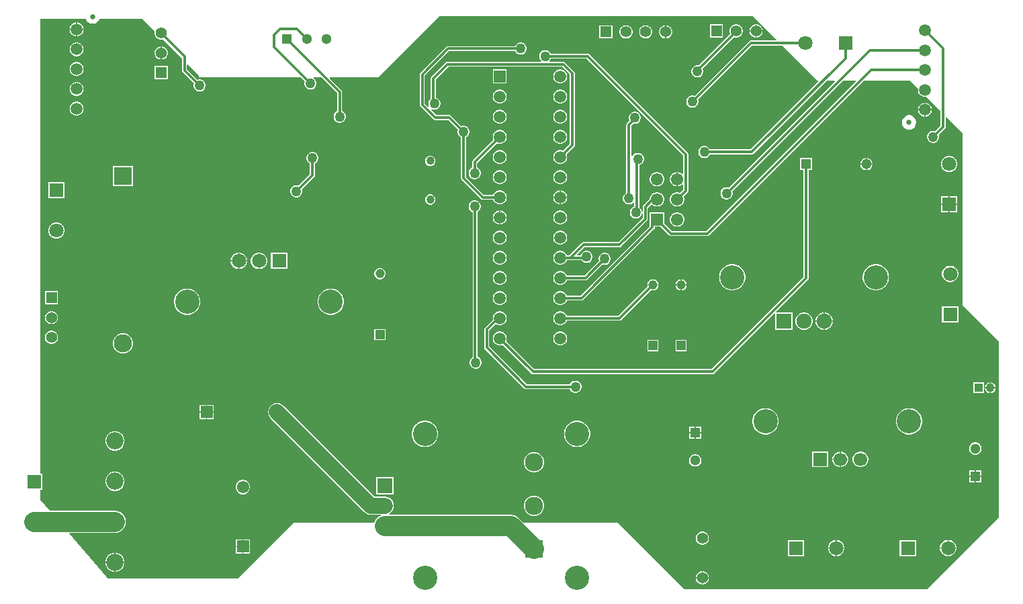
<source format=gbl>
G04*
G04 #@! TF.GenerationSoftware,Altium Limited,Altium Designer,24.1.2 (44)*
G04*
G04 Layer_Physical_Order=2*
G04 Layer_Color=16711680*
%FSLAX44Y44*%
%MOMM*%
G71*
G04*
G04 #@! TF.SameCoordinates,48E260C1-2FA9-4A74-8A97-B6B365FA718B*
G04*
G04*
G04 #@! TF.FilePolarity,Positive*
G04*
G01*
G75*
%ADD34C,1.4000*%
%ADD35R,1.4000X1.4000*%
%ADD39C,1.3000*%
%ADD40R,1.3000X1.3000*%
%ADD41C,3.0500*%
%ADD42C,1.1500*%
%ADD43R,1.1500X1.1500*%
%ADD45C,2.3000*%
%ADD46R,2.3000X2.3000*%
%ADD49R,1.3000X1.3000*%
%ADD54R,1.5500X1.5500*%
%ADD55C,1.5500*%
%ADD61R,1.4000X1.4000*%
%ADD66R,1.5500X1.5500*%
%ADD70C,2.5000*%
%ADD72C,0.3710*%
%ADD74C,2.0000*%
%ADD75C,1.5000*%
%ADD76C,0.6500*%
%ADD77R,1.5000X1.5000*%
%ADD78C,1.0300*%
%ADD79R,1.8150X1.8150*%
%ADD80C,1.8150*%
%ADD81C,2.1750*%
%ADD82R,1.8000X1.8000*%
%ADD83C,1.8000*%
%ADD84R,1.8000X1.8000*%
%ADD85R,1.1000X1.1000*%
%ADD86C,1.1000*%
%ADD87R,2.3000X2.3000*%
%ADD88R,1.9350X1.9350*%
%ADD89C,1.9350*%
%ADD90C,1.7000*%
%ADD91R,1.7000X1.7000*%
%ADD92R,1.9200X1.9200*%
%ADD93C,1.9200*%
%ADD94C,1.2700*%
G36*
X984970Y720639D02*
X984484Y719466D01*
X952500D01*
X951281Y719224D01*
X950247Y718533D01*
X881508Y649794D01*
X879843Y650240D01*
X877837D01*
X875899Y649721D01*
X874161Y648717D01*
X872742Y647299D01*
X871739Y645561D01*
X871220Y643623D01*
Y641617D01*
X871739Y639679D01*
X872742Y637941D01*
X874161Y636522D01*
X875899Y635519D01*
X877837Y635000D01*
X879843D01*
X881781Y635519D01*
X883519Y636522D01*
X884938Y637941D01*
X885941Y639679D01*
X886460Y641617D01*
Y643623D01*
X886014Y645288D01*
X953820Y713094D01*
X992516D01*
X1036320Y669290D01*
X1037775D01*
X1038261Y668117D01*
X952450Y582306D01*
X901039D01*
X900178Y583799D01*
X898759Y585218D01*
X897021Y586221D01*
X895083Y586740D01*
X893077D01*
X891139Y586221D01*
X889401Y585218D01*
X887982Y583799D01*
X886979Y582061D01*
X886460Y580123D01*
Y578117D01*
X886979Y576179D01*
X887982Y574441D01*
X889401Y573022D01*
X891139Y572019D01*
X893077Y571500D01*
X895083D01*
X897021Y572019D01*
X898759Y573022D01*
X900178Y574441D01*
X901039Y575934D01*
X953770D01*
X954989Y576176D01*
X956023Y576867D01*
X1048446Y669290D01*
X1058095D01*
X1058581Y668117D01*
X924688Y534224D01*
X923023Y534670D01*
X921017D01*
X919079Y534151D01*
X917341Y533148D01*
X915922Y531729D01*
X914919Y529991D01*
X914400Y528053D01*
Y526047D01*
X914919Y524109D01*
X915922Y522371D01*
X917341Y520952D01*
X919079Y519949D01*
X921017Y519430D01*
X923023D01*
X924961Y519949D01*
X926699Y520952D01*
X928118Y522371D01*
X929121Y524109D01*
X929640Y526047D01*
Y528053D01*
X929194Y529718D01*
X1068766Y669290D01*
X1084765D01*
X1085251Y668117D01*
X896570Y479436D01*
X853490D01*
X843410Y489516D01*
Y503050D01*
X825370D01*
Y488443D01*
X825309Y488135D01*
Y485645D01*
X737820Y398156D01*
X720696D01*
X720642Y398355D01*
X719488Y400355D01*
X717855Y401988D01*
X715855Y403142D01*
X713625Y403740D01*
X711315D01*
X709085Y403142D01*
X707085Y401988D01*
X705452Y400355D01*
X704298Y398355D01*
X703700Y396125D01*
Y393815D01*
X704298Y391585D01*
X705452Y389585D01*
X707085Y387952D01*
X709085Y386798D01*
X711315Y386200D01*
X713625D01*
X715855Y386798D01*
X717855Y387952D01*
X719488Y389585D01*
X720642Y391585D01*
X720696Y391784D01*
X739140D01*
X740359Y392026D01*
X741393Y392717D01*
X830748Y482072D01*
X831439Y483106D01*
X831681Y484325D01*
Y485010D01*
X838904D01*
X849917Y473997D01*
X850951Y473306D01*
X852170Y473064D01*
X897890D01*
X899109Y473306D01*
X900143Y473997D01*
X1095436Y669290D01*
X1153160D01*
X1163524Y658926D01*
X1163440Y658615D01*
Y656305D01*
X1164038Y654075D01*
X1165192Y652075D01*
X1166825Y650442D01*
X1168825Y649288D01*
X1171055Y648690D01*
X1173365D01*
X1173676Y648774D01*
X1191884Y630566D01*
Y612190D01*
X1185038Y605344D01*
X1183373Y605790D01*
X1181367D01*
X1179429Y605271D01*
X1177691Y604268D01*
X1176273Y602849D01*
X1175269Y601111D01*
X1174750Y599173D01*
Y597167D01*
X1175269Y595229D01*
X1176273Y593491D01*
X1177691Y592072D01*
X1179429Y591069D01*
X1181367Y590550D01*
X1183373D01*
X1185311Y591069D01*
X1187049Y592072D01*
X1188467Y593491D01*
X1189471Y595229D01*
X1189990Y597167D01*
Y599173D01*
X1189544Y600838D01*
X1197323Y608617D01*
X1198014Y609651D01*
X1198256Y610870D01*
Y622534D01*
X1199429Y623021D01*
X1219200Y603250D01*
Y386080D01*
X1264920Y340360D01*
Y118110D01*
X1174750Y27940D01*
X868680D01*
X784860Y111760D01*
X666182D01*
X660171Y117771D01*
X657294Y119978D01*
X653945Y121366D01*
X650350Y121839D01*
X496468D01*
X496216Y123109D01*
X497174Y123506D01*
X499528Y125312D01*
X501334Y127666D01*
X502470Y130408D01*
X502857Y133350D01*
X502470Y136292D01*
X501334Y139034D01*
X499528Y141388D01*
X497174Y143194D01*
X494432Y144330D01*
X491490Y144717D01*
X478368D01*
X363588Y259498D01*
X361234Y261304D01*
X358492Y262440D01*
X355550Y262827D01*
X352608Y262440D01*
X349866Y261304D01*
X347512Y259498D01*
X345706Y257144D01*
X344570Y254402D01*
X344183Y251460D01*
X344570Y248518D01*
X345706Y245776D01*
X347512Y243422D01*
X465622Y125312D01*
X467976Y123506D01*
X470718Y122370D01*
X473660Y121983D01*
X486067D01*
X486319Y120713D01*
X484546Y119978D01*
X481669Y117771D01*
X479462Y114894D01*
X478164Y111760D01*
X375920D01*
X306070Y41910D01*
X142471D01*
X139815Y44565D01*
X93778Y97987D01*
X94307Y99141D01*
X151130D01*
X154725Y99614D01*
X158074Y101002D01*
X160951Y103209D01*
X163158Y106086D01*
X164546Y109435D01*
X165019Y113030D01*
X164546Y116625D01*
X163158Y119974D01*
X160951Y122851D01*
X158074Y125058D01*
X154725Y126446D01*
X151130Y126919D01*
X68845D01*
X57150Y140489D01*
Y153560D01*
X59800D01*
Y174100D01*
X57150D01*
Y746760D01*
X114330D01*
X114483Y746186D01*
X115668Y744134D01*
X117344Y742458D01*
X119396Y741273D01*
X121685Y740660D01*
X124055D01*
X126344Y741273D01*
X128396Y742458D01*
X130072Y744134D01*
X131257Y746186D01*
X131410Y746760D01*
X185420D01*
X201456Y730724D01*
X201280Y730069D01*
Y727891D01*
X201844Y725788D01*
X202932Y723902D01*
X204472Y722362D01*
X206358Y721274D01*
X208461Y720710D01*
X210639D01*
X211294Y720886D01*
X235574Y696606D01*
Y681990D01*
X235816Y680771D01*
X236507Y679737D01*
X250636Y665608D01*
X250190Y663943D01*
Y661937D01*
X250709Y659999D01*
X251712Y658261D01*
X253131Y656842D01*
X254869Y655839D01*
X256807Y655320D01*
X258813D01*
X260751Y655839D01*
X262489Y656842D01*
X263908Y658261D01*
X264911Y659999D01*
X265430Y661937D01*
Y663943D01*
X264911Y665881D01*
X263908Y667619D01*
X262489Y669037D01*
X260751Y670041D01*
X258813Y670560D01*
X256807D01*
X255142Y670114D01*
X241946Y683310D01*
Y688574D01*
X243120Y689061D01*
X256540Y675640D01*
Y673100D01*
X385384D01*
X390336Y668148D01*
X389890Y666483D01*
Y664477D01*
X390409Y662539D01*
X391413Y660801D01*
X392831Y659382D01*
X394569Y658379D01*
X396507Y657860D01*
X398513D01*
X400451Y658379D01*
X402189Y659382D01*
X403607Y660801D01*
X404611Y662539D01*
X405130Y664477D01*
Y666483D01*
X404611Y668421D01*
X403607Y670159D01*
X402189Y671578D01*
X401752Y671830D01*
X402092Y673100D01*
X411584D01*
X431154Y653530D01*
Y630529D01*
X429661Y629668D01*
X428242Y628249D01*
X427239Y626511D01*
X426720Y624573D01*
Y622567D01*
X427239Y620629D01*
X428242Y618891D01*
X429661Y617472D01*
X431399Y616469D01*
X433337Y615950D01*
X435343D01*
X437281Y616469D01*
X439019Y617472D01*
X440438Y618891D01*
X441441Y620629D01*
X441960Y622567D01*
Y624573D01*
X441441Y626511D01*
X440438Y628249D01*
X439019Y629668D01*
X437526Y630529D01*
Y654850D01*
X437284Y656069D01*
X436593Y657103D01*
X421769Y671927D01*
X422255Y673100D01*
X482600D01*
X560070Y750570D01*
X955040D01*
X984970Y720639D01*
D02*
G37*
%LPC*%
G36*
X104025Y742430D02*
X103505D01*
Y734295D01*
X111640D01*
Y734815D01*
X111042Y737045D01*
X109888Y739045D01*
X108255Y740678D01*
X106255Y741832D01*
X104025Y742430D01*
D02*
G37*
G36*
X102235D02*
X101715D01*
X99485Y741832D01*
X97485Y740678D01*
X95852Y739045D01*
X94698Y737045D01*
X94100Y734815D01*
Y734295D01*
X102235D01*
Y742430D01*
D02*
G37*
G36*
X960409Y739790D02*
X959955D01*
Y732155D01*
X967590D01*
Y732609D01*
X967026Y734712D01*
X965938Y736598D01*
X964398Y738138D01*
X962512Y739226D01*
X960409Y739790D01*
D02*
G37*
G36*
X958685D02*
X958231D01*
X956128Y739226D01*
X954242Y738138D01*
X952702Y736598D01*
X951614Y734712D01*
X951050Y732609D01*
Y732155D01*
X958685D01*
Y739790D01*
D02*
G37*
G36*
X846309Y738690D02*
X845855D01*
Y731055D01*
X853490D01*
Y731509D01*
X852926Y733612D01*
X851838Y735498D01*
X850298Y737038D01*
X848412Y738126D01*
X846309Y738690D01*
D02*
G37*
G36*
X844585D02*
X844131D01*
X842028Y738126D01*
X840142Y737038D01*
X838602Y735498D01*
X837514Y733612D01*
X836950Y731509D01*
Y731055D01*
X844585D01*
Y738690D01*
D02*
G37*
G36*
X111640Y733025D02*
X103505D01*
Y724890D01*
X104025D01*
X106255Y725488D01*
X108255Y726642D01*
X109888Y728275D01*
X111042Y730275D01*
X111640Y732505D01*
Y733025D01*
D02*
G37*
G36*
X102235D02*
X94100D01*
Y732505D01*
X94698Y730275D01*
X95852Y728275D01*
X97485Y726642D01*
X99485Y725488D01*
X101715Y724890D01*
X102235D01*
Y733025D01*
D02*
G37*
G36*
X967590Y730885D02*
X959955D01*
Y723250D01*
X960409D01*
X962512Y723814D01*
X964398Y724902D01*
X965938Y726442D01*
X967026Y728328D01*
X967590Y730431D01*
Y730885D01*
D02*
G37*
G36*
X958685D02*
X951050D01*
Y730431D01*
X951614Y728328D01*
X952702Y726442D01*
X954242Y724902D01*
X956128Y723814D01*
X958231Y723250D01*
X958685D01*
Y730885D01*
D02*
G37*
G36*
X935409Y739790D02*
X933231D01*
X931128Y739226D01*
X929242Y738138D01*
X927702Y736598D01*
X926614Y734712D01*
X926050Y732609D01*
Y730431D01*
X926614Y728328D01*
X926922Y727793D01*
X887199Y688070D01*
X886193Y688340D01*
X884187D01*
X882249Y687821D01*
X880511Y686817D01*
X879092Y685399D01*
X878089Y683661D01*
X877570Y681723D01*
Y679717D01*
X878089Y677779D01*
X879092Y676041D01*
X880511Y674622D01*
X882249Y673619D01*
X884187Y673100D01*
X886193D01*
X888131Y673619D01*
X889869Y674622D01*
X891288Y676041D01*
X892291Y677779D01*
X892810Y679717D01*
Y681723D01*
X892291Y683661D01*
X892112Y683971D01*
X931780Y723639D01*
X933231Y723250D01*
X935409D01*
X937512Y723814D01*
X939398Y724902D01*
X940938Y726442D01*
X942026Y728328D01*
X942590Y730431D01*
Y732609D01*
X942026Y734712D01*
X940938Y736598D01*
X939398Y738138D01*
X937512Y739226D01*
X935409Y739790D01*
D02*
G37*
G36*
X917590D02*
X901050D01*
Y723250D01*
X917590D01*
Y739790D01*
D02*
G37*
G36*
X853490Y729785D02*
X845855D01*
Y722150D01*
X846309D01*
X848412Y722714D01*
X850298Y723802D01*
X851838Y725342D01*
X852926Y727228D01*
X853490Y729331D01*
Y729785D01*
D02*
G37*
G36*
X844585D02*
X836950D01*
Y729331D01*
X837514Y727228D01*
X838602Y725342D01*
X840142Y723802D01*
X842028Y722714D01*
X844131Y722150D01*
X844585D01*
Y729785D01*
D02*
G37*
G36*
X821309Y738690D02*
X819131D01*
X817028Y738126D01*
X815142Y737038D01*
X813602Y735498D01*
X812514Y733612D01*
X811950Y731509D01*
Y729331D01*
X812514Y727228D01*
X813602Y725342D01*
X815142Y723802D01*
X817028Y722714D01*
X819131Y722150D01*
X821309D01*
X823412Y722714D01*
X825298Y723802D01*
X826838Y725342D01*
X827926Y727228D01*
X828490Y729331D01*
Y731509D01*
X827926Y733612D01*
X826838Y735498D01*
X825298Y737038D01*
X823412Y738126D01*
X821309Y738690D01*
D02*
G37*
G36*
X796309D02*
X794131D01*
X792028Y738126D01*
X790142Y737038D01*
X788602Y735498D01*
X787514Y733612D01*
X786950Y731509D01*
Y729331D01*
X787514Y727228D01*
X788602Y725342D01*
X790142Y723802D01*
X792028Y722714D01*
X794131Y722150D01*
X796309D01*
X798412Y722714D01*
X800298Y723802D01*
X801838Y725342D01*
X802926Y727228D01*
X803490Y729331D01*
Y731509D01*
X802926Y733612D01*
X801838Y735498D01*
X800298Y737038D01*
X798412Y738126D01*
X796309Y738690D01*
D02*
G37*
G36*
X778490D02*
X761950D01*
Y722150D01*
X778490D01*
Y738690D01*
D02*
G37*
G36*
X210639Y712250D02*
X210185D01*
Y704615D01*
X217820D01*
Y705069D01*
X217256Y707172D01*
X216168Y709058D01*
X214628Y710598D01*
X212742Y711686D01*
X210639Y712250D01*
D02*
G37*
G36*
X208915D02*
X208461D01*
X206358Y711686D01*
X204472Y710598D01*
X202932Y709058D01*
X201844Y707172D01*
X201280Y705069D01*
Y704615D01*
X208915D01*
Y712250D01*
D02*
G37*
G36*
X104025Y717430D02*
X101715D01*
X99485Y716832D01*
X97485Y715678D01*
X95852Y714045D01*
X94698Y712045D01*
X94100Y709815D01*
Y707505D01*
X94698Y705275D01*
X95852Y703275D01*
X97485Y701642D01*
X99485Y700488D01*
X101715Y699890D01*
X104025D01*
X106255Y700488D01*
X108255Y701642D01*
X109888Y703275D01*
X111042Y705275D01*
X111640Y707505D01*
Y709815D01*
X111042Y712045D01*
X109888Y714045D01*
X108255Y715678D01*
X106255Y716832D01*
X104025Y717430D01*
D02*
G37*
G36*
X217820Y703345D02*
X210185D01*
Y695710D01*
X210639D01*
X212742Y696274D01*
X214628Y697362D01*
X216168Y698902D01*
X217256Y700788D01*
X217820Y702891D01*
Y703345D01*
D02*
G37*
G36*
X208915D02*
X201280D01*
Y702891D01*
X201844Y700788D01*
X202932Y698902D01*
X204472Y697362D01*
X206358Y696274D01*
X208461Y695710D01*
X208915D01*
Y703345D01*
D02*
G37*
G36*
X104025Y692430D02*
X101715D01*
X99485Y691832D01*
X97485Y690678D01*
X95852Y689045D01*
X94698Y687045D01*
X94100Y684815D01*
Y682505D01*
X94698Y680275D01*
X95852Y678275D01*
X97485Y676642D01*
X99485Y675488D01*
X101715Y674890D01*
X104025D01*
X106255Y675488D01*
X108255Y676642D01*
X109888Y678275D01*
X111042Y680275D01*
X111640Y682505D01*
Y684815D01*
X111042Y687045D01*
X109888Y689045D01*
X108255Y690678D01*
X106255Y691832D01*
X104025Y692430D01*
D02*
G37*
G36*
X217820Y687250D02*
X201280D01*
Y670710D01*
X217820D01*
Y687250D01*
D02*
G37*
G36*
X713625Y683140D02*
X711315D01*
X709085Y682542D01*
X707085Y681388D01*
X705452Y679755D01*
X704298Y677755D01*
X703700Y675525D01*
Y673215D01*
X704298Y670985D01*
X705452Y668985D01*
X707085Y667352D01*
X709085Y666198D01*
X711315Y665600D01*
X713625D01*
X715855Y666198D01*
X717855Y667352D01*
X719488Y668985D01*
X720642Y670985D01*
X721240Y673215D01*
Y675525D01*
X720642Y677755D01*
X719488Y679755D01*
X717855Y681388D01*
X715855Y682542D01*
X713625Y683140D01*
D02*
G37*
G36*
X645040D02*
X627500D01*
Y665600D01*
X645040D01*
Y683140D01*
D02*
G37*
G36*
X104025Y667430D02*
X101715D01*
X99485Y666832D01*
X97485Y665678D01*
X95852Y664045D01*
X94698Y662045D01*
X94100Y659815D01*
Y657505D01*
X94698Y655275D01*
X95852Y653275D01*
X97485Y651642D01*
X99485Y650488D01*
X101715Y649890D01*
X104025D01*
X106255Y650488D01*
X108255Y651642D01*
X109888Y653275D01*
X111042Y655275D01*
X111640Y657505D01*
Y659815D01*
X111042Y662045D01*
X109888Y664045D01*
X108255Y665678D01*
X106255Y666832D01*
X104025Y667430D01*
D02*
G37*
G36*
X713625Y657740D02*
X711315D01*
X709085Y657142D01*
X707085Y655988D01*
X705452Y654355D01*
X704298Y652355D01*
X703700Y650125D01*
Y647815D01*
X704298Y645585D01*
X705452Y643585D01*
X707085Y641952D01*
X709085Y640798D01*
X711315Y640200D01*
X713625D01*
X715855Y640798D01*
X717855Y641952D01*
X719488Y643585D01*
X720642Y645585D01*
X721240Y647815D01*
Y650125D01*
X720642Y652355D01*
X719488Y654355D01*
X717855Y655988D01*
X715855Y657142D01*
X713625Y657740D01*
D02*
G37*
G36*
X637425D02*
X635115D01*
X632885Y657142D01*
X630885Y655988D01*
X629252Y654355D01*
X628098Y652355D01*
X627500Y650125D01*
Y647815D01*
X628098Y645585D01*
X629252Y643585D01*
X630885Y641952D01*
X632885Y640798D01*
X635115Y640200D01*
X637425D01*
X639655Y640798D01*
X641655Y641952D01*
X643288Y643585D01*
X644442Y645585D01*
X645040Y647815D01*
Y650125D01*
X644442Y652355D01*
X643288Y654355D01*
X641655Y655988D01*
X639655Y657142D01*
X637425Y657740D01*
D02*
G37*
G36*
X1173365Y641230D02*
X1172845D01*
Y633095D01*
X1180980D01*
Y633615D01*
X1180382Y635845D01*
X1179228Y637845D01*
X1177595Y639478D01*
X1175595Y640632D01*
X1173365Y641230D01*
D02*
G37*
G36*
X1171575D02*
X1171055D01*
X1168825Y640632D01*
X1166825Y639478D01*
X1165192Y637845D01*
X1164038Y635845D01*
X1163440Y633615D01*
Y633095D01*
X1171575D01*
Y641230D01*
D02*
G37*
G36*
X104025Y642430D02*
X101715D01*
X99485Y641832D01*
X97485Y640678D01*
X95852Y639045D01*
X94698Y637045D01*
X94100Y634815D01*
Y632505D01*
X94698Y630275D01*
X95852Y628275D01*
X97485Y626642D01*
X99485Y625488D01*
X101715Y624890D01*
X104025D01*
X106255Y625488D01*
X108255Y626642D01*
X109888Y628275D01*
X111042Y630275D01*
X111640Y632505D01*
Y634815D01*
X111042Y637045D01*
X109888Y639045D01*
X108255Y640678D01*
X106255Y641832D01*
X104025Y642430D01*
D02*
G37*
G36*
X1180980Y631825D02*
X1172845D01*
Y623690D01*
X1173365D01*
X1175595Y624288D01*
X1177595Y625442D01*
X1179228Y627075D01*
X1180382Y629075D01*
X1180980Y631305D01*
Y631825D01*
D02*
G37*
G36*
X1171575D02*
X1163440D01*
Y631305D01*
X1164038Y629075D01*
X1165192Y627075D01*
X1166825Y625442D01*
X1168825Y624288D01*
X1171055Y623690D01*
X1171575D01*
Y631825D01*
D02*
G37*
G36*
X713625Y632340D02*
X711315D01*
X709085Y631742D01*
X707085Y630588D01*
X705452Y628955D01*
X704298Y626955D01*
X703700Y624725D01*
Y622415D01*
X704298Y620185D01*
X705452Y618185D01*
X707085Y616552D01*
X709085Y615398D01*
X711315Y614800D01*
X713625D01*
X715855Y615398D01*
X717855Y616552D01*
X719488Y618185D01*
X720642Y620185D01*
X721240Y622415D01*
Y624725D01*
X720642Y626955D01*
X719488Y628955D01*
X717855Y630588D01*
X715855Y631742D01*
X713625Y632340D01*
D02*
G37*
G36*
X637425D02*
X635115D01*
X632885Y631742D01*
X630885Y630588D01*
X629252Y628955D01*
X628098Y626955D01*
X627500Y624725D01*
Y622415D01*
X628098Y620185D01*
X629252Y618185D01*
X630885Y616552D01*
X632885Y615398D01*
X635115Y614800D01*
X637425D01*
X639655Y615398D01*
X641655Y616552D01*
X643288Y618185D01*
X644442Y620185D01*
X645040Y622415D01*
Y624725D01*
X644442Y626955D01*
X643288Y628955D01*
X641655Y630588D01*
X639655Y631742D01*
X637425Y632340D01*
D02*
G37*
G36*
X807453Y629920D02*
X805447D01*
X803509Y629401D01*
X801771Y628397D01*
X800352Y626979D01*
X799349Y625241D01*
X798830Y623303D01*
Y621297D01*
X799349Y619359D01*
X799812Y618558D01*
X796577Y615323D01*
X795886Y614289D01*
X795644Y613070D01*
Y527659D01*
X794151Y526797D01*
X792732Y525379D01*
X791729Y523641D01*
X791210Y521703D01*
Y519697D01*
X791729Y517759D01*
X792732Y516021D01*
X794151Y514603D01*
X795889Y513599D01*
X797827Y513080D01*
X799833D01*
X801771Y513599D01*
X803509Y514603D01*
X804534Y515628D01*
X805804Y515101D01*
Y510295D01*
X804779Y510021D01*
X803041Y509017D01*
X801622Y507599D01*
X800619Y505861D01*
X800100Y503923D01*
Y501917D01*
X800619Y499979D01*
X801622Y498241D01*
X803041Y496823D01*
X804779Y495819D01*
X806717Y495300D01*
X808723D01*
X810661Y495819D01*
X812399Y496823D01*
X813818Y498241D01*
X814821Y499979D01*
X815279Y501688D01*
X816549Y501521D01*
Y496264D01*
X785751Y465466D01*
X741680D01*
X740461Y465224D01*
X739427Y464533D01*
X723850Y448956D01*
X720696D01*
X720642Y449155D01*
X719488Y451155D01*
X717855Y452788D01*
X715855Y453942D01*
X713625Y454540D01*
X711315D01*
X709085Y453942D01*
X707085Y452788D01*
X705452Y451155D01*
X704298Y449155D01*
X703700Y446925D01*
Y444615D01*
X704298Y442385D01*
X705452Y440385D01*
X707085Y438752D01*
X709085Y437598D01*
X711315Y437000D01*
X713625D01*
X715855Y437598D01*
X717855Y438752D01*
X719488Y440385D01*
X720642Y442385D01*
X720696Y442584D01*
X739264D01*
X739392Y442361D01*
X740811Y440942D01*
X742549Y439939D01*
X744487Y439420D01*
X746493D01*
X748431Y439939D01*
X750169Y440942D01*
X751588Y442361D01*
X752591Y444099D01*
X753110Y446037D01*
Y448043D01*
X752591Y449981D01*
X751588Y451719D01*
X750169Y453138D01*
X748431Y454141D01*
X746493Y454660D01*
X744487D01*
X742549Y454141D01*
X740811Y453138D01*
X739392Y451719D01*
X738389Y449981D01*
X738115Y448956D01*
X734521D01*
X734035Y450130D01*
X743000Y459094D01*
X787071D01*
X788290Y459336D01*
X789324Y460027D01*
X821988Y492691D01*
X822679Y493725D01*
X822921Y494944D01*
Y508535D01*
X827725Y513339D01*
X828852Y512212D01*
X830908Y511025D01*
X833203Y510410D01*
X835577D01*
X837872Y511025D01*
X839928Y512212D01*
X841608Y513892D01*
X842795Y515948D01*
X843410Y518242D01*
Y520617D01*
X842795Y522912D01*
X841608Y524968D01*
X839928Y526648D01*
X837872Y527835D01*
X835577Y528450D01*
X833203D01*
X830908Y527835D01*
X828852Y526648D01*
X827172Y524968D01*
X825985Y522912D01*
X825370Y520617D01*
Y519807D01*
X824801Y519427D01*
X817482Y512108D01*
X816791Y511074D01*
X816549Y509855D01*
Y504319D01*
X815279Y504152D01*
X814821Y505861D01*
X813818Y507599D01*
X812399Y509017D01*
X812176Y509146D01*
Y562855D01*
X813201Y563129D01*
X814939Y564132D01*
X816357Y565551D01*
X817361Y567289D01*
X817880Y569227D01*
Y571233D01*
X817361Y573171D01*
X816357Y574909D01*
X814939Y576328D01*
X813201Y577331D01*
X811263Y577850D01*
X809257D01*
X807319Y577331D01*
X805581Y576328D01*
X804163Y574909D01*
X803286Y573391D01*
X802433Y573449D01*
X802016Y573609D01*
Y611750D01*
X805052Y614786D01*
X805447Y614680D01*
X807453D01*
X809391Y615199D01*
X811129Y616203D01*
X812548Y617621D01*
X813551Y619359D01*
X814070Y621297D01*
Y623303D01*
X813551Y625241D01*
X812548Y626979D01*
X811129Y628397D01*
X809391Y629401D01*
X807453Y629920D01*
D02*
G37*
G36*
X1153395Y625460D02*
X1151025D01*
X1148736Y624847D01*
X1146684Y623662D01*
X1145008Y621986D01*
X1143823Y619934D01*
X1143210Y617645D01*
Y615275D01*
X1143823Y612986D01*
X1145008Y610934D01*
X1146684Y609258D01*
X1148736Y608073D01*
X1151025Y607460D01*
X1153395D01*
X1155684Y608073D01*
X1157736Y609258D01*
X1159412Y610934D01*
X1160597Y612986D01*
X1161210Y615275D01*
Y617645D01*
X1160597Y619934D01*
X1159412Y621986D01*
X1157736Y623662D01*
X1155684Y624847D01*
X1153395Y625460D01*
D02*
G37*
G36*
X713625Y606940D02*
X711315D01*
X709085Y606342D01*
X707085Y605188D01*
X705452Y603555D01*
X704298Y601555D01*
X703700Y599325D01*
Y597015D01*
X704298Y594785D01*
X705452Y592785D01*
X707085Y591152D01*
X709085Y589998D01*
X711315Y589400D01*
X713625D01*
X715855Y589998D01*
X717855Y591152D01*
X719488Y592785D01*
X720642Y594785D01*
X721240Y597015D01*
Y599325D01*
X720642Y601555D01*
X719488Y603555D01*
X717855Y605188D01*
X715855Y606342D01*
X713625Y606940D01*
D02*
G37*
G36*
X637425D02*
X635115D01*
X632885Y606342D01*
X630885Y605188D01*
X629252Y603555D01*
X628098Y601555D01*
X627500Y599325D01*
Y597015D01*
X628098Y594785D01*
X628201Y594607D01*
X602267Y568673D01*
X601576Y567639D01*
X601334Y566420D01*
Y559409D01*
X599841Y558548D01*
X598423Y557129D01*
X597419Y555391D01*
X596900Y553453D01*
Y551447D01*
X597419Y549509D01*
X598423Y547771D01*
X599841Y546353D01*
X601579Y545349D01*
X603517Y544830D01*
X605523D01*
X607461Y545349D01*
X609199Y546353D01*
X610617Y547771D01*
X611621Y549509D01*
X612140Y551447D01*
Y553453D01*
X611621Y555391D01*
X610617Y557129D01*
X609199Y558548D01*
X607706Y559409D01*
Y565100D01*
X632707Y590101D01*
X632885Y589998D01*
X635115Y589400D01*
X637425D01*
X639655Y589998D01*
X641655Y591152D01*
X643288Y592785D01*
X644442Y594785D01*
X645040Y597015D01*
Y599325D01*
X644442Y601555D01*
X643288Y603555D01*
X641655Y605188D01*
X639655Y606342D01*
X637425Y606940D01*
D02*
G37*
G36*
X1099473Y571650D02*
X1099085D01*
Y564515D01*
X1106220D01*
Y564903D01*
X1105691Y566879D01*
X1104668Y568651D01*
X1103221Y570098D01*
X1101449Y571120D01*
X1099473Y571650D01*
D02*
G37*
G36*
X1097815D02*
X1097427D01*
X1095451Y571120D01*
X1093679Y570098D01*
X1092233Y568651D01*
X1091209Y566879D01*
X1090680Y564903D01*
Y564515D01*
X1097815D01*
Y571650D01*
D02*
G37*
G36*
X637425Y581540D02*
X635115D01*
X632885Y580942D01*
X630885Y579788D01*
X629252Y578155D01*
X628098Y576155D01*
X627500Y573925D01*
Y571615D01*
X628098Y569385D01*
X629252Y567385D01*
X630885Y565752D01*
X632885Y564598D01*
X635115Y564000D01*
X637425D01*
X639655Y564598D01*
X641655Y565752D01*
X643288Y567385D01*
X644442Y569385D01*
X645040Y571615D01*
Y573925D01*
X644442Y576155D01*
X643288Y578155D01*
X641655Y579788D01*
X639655Y580942D01*
X637425Y581540D01*
D02*
G37*
G36*
X549917Y574380D02*
X547363D01*
X545003Y573403D01*
X543197Y571597D01*
X542220Y569237D01*
Y566683D01*
X543197Y564323D01*
X545003Y562517D01*
X547363Y561540D01*
X549917D01*
X552277Y562517D01*
X554083Y564323D01*
X555060Y566683D01*
Y569237D01*
X554083Y571597D01*
X552277Y573403D01*
X549917Y574380D01*
D02*
G37*
G36*
X1106220Y563245D02*
X1099085D01*
Y556110D01*
X1099473D01*
X1101449Y556640D01*
X1103221Y557663D01*
X1104668Y559109D01*
X1105691Y560881D01*
X1106220Y562857D01*
Y563245D01*
D02*
G37*
G36*
X1097815D02*
X1090680D01*
Y562857D01*
X1091209Y560881D01*
X1092233Y559109D01*
X1093679Y557663D01*
X1095451Y556640D01*
X1097427Y556110D01*
X1097815D01*
Y563245D01*
D02*
G37*
G36*
X1204042Y574150D02*
X1201338D01*
X1198726Y573450D01*
X1196384Y572098D01*
X1194472Y570186D01*
X1193120Y567844D01*
X1192420Y565232D01*
Y562528D01*
X1193120Y559916D01*
X1194472Y557574D01*
X1196384Y555662D01*
X1198726Y554310D01*
X1201338Y553610D01*
X1204042D01*
X1206654Y554310D01*
X1208996Y555662D01*
X1210908Y557574D01*
X1212260Y559916D01*
X1212960Y562528D01*
Y565232D01*
X1212260Y567844D01*
X1210908Y570186D01*
X1208996Y572098D01*
X1206654Y573450D01*
X1204042Y574150D01*
D02*
G37*
G36*
X663589Y716865D02*
X661582D01*
X659644Y716346D01*
X657907Y715342D01*
X656488Y713924D01*
X655626Y712431D01*
X570815D01*
X569596Y712189D01*
X568562Y711498D01*
X536227Y679163D01*
X535536Y678129D01*
X535294Y676910D01*
Y638810D01*
X535536Y637591D01*
X536227Y636557D01*
X552569Y620215D01*
X553603Y619524D01*
X554822Y619282D01*
X571283D01*
X583376Y607188D01*
X582930Y605523D01*
Y603517D01*
X583449Y601579D01*
X584453Y599841D01*
X585871Y598423D01*
X587364Y597561D01*
Y546100D01*
X587606Y544881D01*
X588297Y543847D01*
X612427Y519717D01*
X613461Y519026D01*
X614680Y518784D01*
X628044D01*
X628098Y518585D01*
X629252Y516585D01*
X630885Y514952D01*
X632885Y513798D01*
X635115Y513200D01*
X637425D01*
X639655Y513798D01*
X641655Y514952D01*
X643288Y516585D01*
X644442Y518585D01*
X645040Y520815D01*
Y523125D01*
X644442Y525355D01*
X643288Y527355D01*
X641655Y528988D01*
X639655Y530142D01*
X637425Y530740D01*
X635115D01*
X632885Y530142D01*
X630885Y528988D01*
X629252Y527355D01*
X628098Y525355D01*
X628044Y525156D01*
X616000D01*
X593736Y547420D01*
Y597561D01*
X595229Y598423D01*
X596647Y599841D01*
X597651Y601579D01*
X598170Y603517D01*
Y605523D01*
X597651Y607461D01*
X596647Y609199D01*
X595229Y610617D01*
X593491Y611621D01*
X591553Y612140D01*
X589547D01*
X587882Y611694D01*
X574855Y624721D01*
X573822Y625411D01*
X572602Y625654D01*
X556142D01*
X549606Y632190D01*
X550386Y633206D01*
X550779Y632979D01*
X552717Y632460D01*
X554723D01*
X556661Y632979D01*
X558399Y633983D01*
X559818Y635401D01*
X560821Y637139D01*
X561340Y639077D01*
Y641083D01*
X560821Y643021D01*
X559818Y644759D01*
X558399Y646178D01*
X556661Y647181D01*
X555636Y647455D01*
Y670510D01*
X571550Y686424D01*
X714960D01*
X724524Y676860D01*
Y589330D01*
X716033Y580839D01*
X715855Y580942D01*
X713625Y581540D01*
X711315D01*
X709085Y580942D01*
X707085Y579788D01*
X705452Y578155D01*
X704298Y576155D01*
X703700Y573925D01*
Y571615D01*
X704298Y569385D01*
X705452Y567385D01*
X707085Y565752D01*
X709085Y564598D01*
X711315Y564000D01*
X713625D01*
X715855Y564598D01*
X717855Y565752D01*
X719488Y567385D01*
X720642Y569385D01*
X721240Y571615D01*
Y573925D01*
X720642Y576155D01*
X720539Y576333D01*
X729963Y585757D01*
X730654Y586791D01*
X730896Y588010D01*
Y678180D01*
X730654Y679399D01*
X729963Y680433D01*
X718533Y691863D01*
X717499Y692554D01*
X716280Y692796D01*
X699019D01*
X698493Y694066D01*
X699518Y695091D01*
X700379Y696584D01*
X745709D01*
X867479Y574814D01*
Y551693D01*
X866209Y551167D01*
X865328Y552048D01*
X863272Y553235D01*
X860977Y553850D01*
X860425D01*
Y544830D01*
Y535810D01*
X860977D01*
X863272Y536425D01*
X865328Y537612D01*
X866209Y538493D01*
X867479Y537967D01*
Y531625D01*
X863536Y527682D01*
X863272Y527835D01*
X860977Y528450D01*
X858603D01*
X856308Y527835D01*
X854252Y526648D01*
X852572Y524968D01*
X851385Y522912D01*
X850770Y520617D01*
Y518242D01*
X851385Y515948D01*
X852572Y513892D01*
X854252Y512212D01*
X856308Y511025D01*
X858603Y510410D01*
X860977D01*
X863272Y511025D01*
X865328Y512212D01*
X867008Y513892D01*
X868195Y515948D01*
X868810Y518242D01*
Y520617D01*
X868195Y522912D01*
X868042Y523176D01*
X872918Y528052D01*
X873609Y529086D01*
X873851Y530305D01*
Y576134D01*
X873609Y577353D01*
X872918Y578387D01*
X749282Y702023D01*
X748248Y702714D01*
X747029Y702956D01*
X700379D01*
X699518Y704449D01*
X698099Y705867D01*
X696361Y706871D01*
X694423Y707390D01*
X692417D01*
X690479Y706871D01*
X688741Y705867D01*
X687322Y704449D01*
X686319Y702711D01*
X685800Y700773D01*
Y698767D01*
X686319Y696829D01*
X687322Y695091D01*
X688347Y694066D01*
X687821Y692796D01*
X570230D01*
X569011Y692554D01*
X567977Y691863D01*
X550197Y674083D01*
X549506Y673049D01*
X549264Y671830D01*
Y646306D01*
X549041Y646178D01*
X547622Y644759D01*
X546619Y643021D01*
X546100Y641083D01*
Y639077D01*
X546619Y637139D01*
X546846Y636746D01*
X545830Y635966D01*
X541666Y640130D01*
Y675590D01*
X572135Y706059D01*
X655626D01*
X656488Y704566D01*
X657907Y703148D01*
X659644Y702144D01*
X661582Y701625D01*
X663589D01*
X665527Y702144D01*
X667264Y703148D01*
X668683Y704566D01*
X669686Y706304D01*
X670205Y708242D01*
Y710248D01*
X669686Y712186D01*
X668683Y713924D01*
X667264Y715342D01*
X665527Y716346D01*
X663589Y716865D01*
D02*
G37*
G36*
X859155Y553850D02*
X858603D01*
X856308Y553235D01*
X854252Y552048D01*
X852572Y550368D01*
X851385Y548312D01*
X850770Y546017D01*
Y545465D01*
X859155D01*
Y553850D01*
D02*
G37*
G36*
X713625Y556140D02*
X711315D01*
X709085Y555542D01*
X707085Y554388D01*
X705452Y552755D01*
X704298Y550755D01*
X703700Y548525D01*
Y546215D01*
X704298Y543985D01*
X705452Y541985D01*
X707085Y540352D01*
X709085Y539198D01*
X711315Y538600D01*
X713625D01*
X715855Y539198D01*
X717855Y540352D01*
X719488Y541985D01*
X720642Y543985D01*
X721240Y546215D01*
Y548525D01*
X720642Y550755D01*
X719488Y552755D01*
X717855Y554388D01*
X715855Y555542D01*
X713625Y556140D01*
D02*
G37*
G36*
X637425D02*
X635115D01*
X632885Y555542D01*
X630885Y554388D01*
X629252Y552755D01*
X628098Y550755D01*
X627500Y548525D01*
Y546215D01*
X628098Y543985D01*
X629252Y541985D01*
X630885Y540352D01*
X632885Y539198D01*
X635115Y538600D01*
X637425D01*
X639655Y539198D01*
X641655Y540352D01*
X643288Y541985D01*
X644442Y543985D01*
X645040Y546215D01*
Y548525D01*
X644442Y550755D01*
X643288Y552755D01*
X641655Y554388D01*
X639655Y555542D01*
X637425Y556140D01*
D02*
G37*
G36*
X401053Y579120D02*
X399047D01*
X397109Y578601D01*
X395371Y577598D01*
X393952Y576179D01*
X392949Y574441D01*
X392430Y572503D01*
Y570497D01*
X392949Y568559D01*
X393952Y566821D01*
X395371Y565402D01*
X396864Y564541D01*
Y551230D01*
X382398Y536764D01*
X380733Y537210D01*
X378727D01*
X376789Y536691D01*
X375051Y535687D01*
X373633Y534269D01*
X372629Y532531D01*
X372110Y530593D01*
Y528587D01*
X372629Y526649D01*
X373633Y524911D01*
X375051Y523493D01*
X376789Y522489D01*
X378727Y521970D01*
X380733D01*
X382671Y522489D01*
X384409Y523493D01*
X385827Y524911D01*
X386831Y526649D01*
X387350Y528587D01*
Y530593D01*
X386904Y532258D01*
X402303Y547657D01*
X402994Y548691D01*
X403236Y549910D01*
Y564541D01*
X404729Y565402D01*
X406147Y566821D01*
X407151Y568559D01*
X407670Y570497D01*
Y572503D01*
X407151Y574441D01*
X406147Y576179D01*
X404729Y577598D01*
X402991Y578601D01*
X401053Y579120D01*
D02*
G37*
G36*
X174060Y561580D02*
X148520D01*
Y536040D01*
X174060D01*
Y561580D01*
D02*
G37*
G36*
X859155Y544195D02*
X850770D01*
Y543643D01*
X851385Y541348D01*
X852572Y539292D01*
X854252Y537612D01*
X856308Y536425D01*
X858603Y535810D01*
X859155D01*
Y544195D01*
D02*
G37*
G36*
X835577Y553850D02*
X833203D01*
X830908Y553235D01*
X828852Y552048D01*
X827172Y550368D01*
X825985Y548312D01*
X825370Y546017D01*
Y543643D01*
X825985Y541348D01*
X827172Y539292D01*
X828852Y537612D01*
X830908Y536425D01*
X833203Y535810D01*
X835577D01*
X837872Y536425D01*
X839928Y537612D01*
X841608Y539292D01*
X842795Y541348D01*
X843410Y543643D01*
Y546017D01*
X842795Y548312D01*
X841608Y550368D01*
X839928Y552048D01*
X837872Y553235D01*
X835577Y553850D01*
D02*
G37*
G36*
X713625Y530740D02*
X713105D01*
Y522605D01*
X721240D01*
Y523125D01*
X720642Y525355D01*
X719488Y527355D01*
X717855Y528988D01*
X715855Y530142D01*
X713625Y530740D01*
D02*
G37*
G36*
X711835D02*
X711315D01*
X709085Y530142D01*
X707085Y528988D01*
X705452Y527355D01*
X704298Y525355D01*
X703700Y523125D01*
Y522605D01*
X711835D01*
Y530740D01*
D02*
G37*
G36*
X87740Y541130D02*
X67200D01*
Y520590D01*
X87740D01*
Y541130D01*
D02*
G37*
G36*
X1212960Y523350D02*
X1203325D01*
Y513715D01*
X1212960D01*
Y523350D01*
D02*
G37*
G36*
X1202055D02*
X1192420D01*
Y513715D01*
X1202055D01*
Y523350D01*
D02*
G37*
G36*
X721240Y521335D02*
X713105D01*
Y513200D01*
X713625D01*
X715855Y513798D01*
X717855Y514952D01*
X719488Y516585D01*
X720642Y518585D01*
X721240Y520815D01*
Y521335D01*
D02*
G37*
G36*
X711835D02*
X703700D01*
Y520815D01*
X704298Y518585D01*
X705452Y516585D01*
X707085Y514952D01*
X709085Y513798D01*
X711315Y513200D01*
X711835D01*
Y521335D01*
D02*
G37*
G36*
X549917Y525580D02*
X547363D01*
X545003Y524603D01*
X543197Y522797D01*
X542220Y520437D01*
Y517883D01*
X543197Y515523D01*
X545003Y513717D01*
X547363Y512740D01*
X549917D01*
X552277Y513717D01*
X554083Y515523D01*
X555060Y517883D01*
Y520437D01*
X554083Y522797D01*
X552277Y524603D01*
X549917Y525580D01*
D02*
G37*
G36*
X1212960Y512445D02*
X1203325D01*
Y502810D01*
X1212960D01*
Y512445D01*
D02*
G37*
G36*
X1202055D02*
X1192420D01*
Y502810D01*
X1202055D01*
Y512445D01*
D02*
G37*
G36*
X637425Y505340D02*
X636905D01*
Y497205D01*
X645040D01*
Y497725D01*
X644442Y499955D01*
X643288Y501955D01*
X641655Y503588D01*
X639655Y504742D01*
X637425Y505340D01*
D02*
G37*
G36*
X635635D02*
X635115D01*
X632885Y504742D01*
X630885Y503588D01*
X629252Y501955D01*
X628098Y499955D01*
X627500Y497725D01*
Y497205D01*
X635635D01*
Y505340D01*
D02*
G37*
G36*
X713625D02*
X711315D01*
X709085Y504742D01*
X707085Y503588D01*
X705452Y501955D01*
X704298Y499955D01*
X703700Y497725D01*
Y495415D01*
X704298Y493185D01*
X705452Y491185D01*
X707085Y489552D01*
X709085Y488398D01*
X711315Y487800D01*
X713625D01*
X715855Y488398D01*
X717855Y489552D01*
X719488Y491185D01*
X720642Y493185D01*
X721240Y495415D01*
Y497725D01*
X720642Y499955D01*
X719488Y501955D01*
X717855Y503588D01*
X715855Y504742D01*
X713625Y505340D01*
D02*
G37*
G36*
X645040Y495935D02*
X636905D01*
Y487800D01*
X637425D01*
X639655Y488398D01*
X641655Y489552D01*
X643288Y491185D01*
X644442Y493185D01*
X645040Y495415D01*
Y495935D01*
D02*
G37*
G36*
X635635D02*
X627500D01*
Y495415D01*
X628098Y493185D01*
X629252Y491185D01*
X630885Y489552D01*
X632885Y488398D01*
X635115Y487800D01*
X635635D01*
Y495935D01*
D02*
G37*
G36*
X860977Y503050D02*
X858603D01*
X856308Y502435D01*
X854252Y501248D01*
X852572Y499568D01*
X851385Y497512D01*
X850770Y495218D01*
Y492842D01*
X851385Y490548D01*
X852572Y488492D01*
X854252Y486812D01*
X856308Y485625D01*
X858603Y485010D01*
X860977D01*
X863272Y485625D01*
X865328Y486812D01*
X867008Y488492D01*
X868195Y490548D01*
X868810Y492842D01*
Y495218D01*
X868195Y497512D01*
X867008Y499568D01*
X865328Y501248D01*
X863272Y502435D01*
X860977Y503050D01*
D02*
G37*
G36*
X78822Y490330D02*
X76118D01*
X73506Y489630D01*
X71164Y488278D01*
X69252Y486366D01*
X67900Y484024D01*
X67200Y481412D01*
Y478708D01*
X67900Y476096D01*
X69252Y473754D01*
X71164Y471842D01*
X73506Y470490D01*
X76118Y469790D01*
X78822D01*
X81434Y470490D01*
X83776Y471842D01*
X85688Y473754D01*
X87040Y476096D01*
X87740Y478708D01*
Y481412D01*
X87040Y484024D01*
X85688Y486366D01*
X83776Y488278D01*
X81434Y489630D01*
X78822Y490330D01*
D02*
G37*
G36*
X713625Y479940D02*
X711315D01*
X709085Y479342D01*
X707085Y478188D01*
X705452Y476555D01*
X704298Y474555D01*
X703700Y472325D01*
Y470015D01*
X704298Y467785D01*
X705452Y465785D01*
X707085Y464152D01*
X709085Y462998D01*
X711315Y462400D01*
X713625D01*
X715855Y462998D01*
X717855Y464152D01*
X719488Y465785D01*
X720642Y467785D01*
X721240Y470015D01*
Y472325D01*
X720642Y474555D01*
X719488Y476555D01*
X717855Y478188D01*
X715855Y479342D01*
X713625Y479940D01*
D02*
G37*
G36*
X637425D02*
X635115D01*
X632885Y479342D01*
X630885Y478188D01*
X629252Y476555D01*
X628098Y474555D01*
X627500Y472325D01*
Y470015D01*
X628098Y467785D01*
X629252Y465785D01*
X630885Y464152D01*
X632885Y462998D01*
X635115Y462400D01*
X637425D01*
X639655Y462998D01*
X641655Y464152D01*
X643288Y465785D01*
X644442Y467785D01*
X645040Y470015D01*
Y472325D01*
X644442Y474555D01*
X643288Y476555D01*
X641655Y478188D01*
X639655Y479342D01*
X637425Y479940D01*
D02*
G37*
G36*
X308702Y452305D02*
X307975D01*
Y442595D01*
X317685D01*
Y443322D01*
X316980Y445953D01*
X315618Y448312D01*
X313692Y450238D01*
X311333Y451600D01*
X308702Y452305D01*
D02*
G37*
G36*
X306705D02*
X305978D01*
X303347Y451600D01*
X300988Y450238D01*
X299062Y448312D01*
X297700Y445953D01*
X296995Y443322D01*
Y442595D01*
X306705D01*
Y452305D01*
D02*
G37*
G36*
X637425Y454540D02*
X635115D01*
X632885Y453942D01*
X630885Y452788D01*
X629252Y451155D01*
X628098Y449155D01*
X627500Y446925D01*
Y444615D01*
X628098Y442385D01*
X629252Y440385D01*
X630885Y438752D01*
X632885Y437598D01*
X635115Y437000D01*
X637425D01*
X639655Y437598D01*
X641655Y438752D01*
X643288Y440385D01*
X644442Y442385D01*
X645040Y444615D01*
Y446925D01*
X644442Y449155D01*
X643288Y451155D01*
X641655Y452788D01*
X639655Y453942D01*
X637425Y454540D01*
D02*
G37*
G36*
X769353Y452120D02*
X767347D01*
X765409Y451601D01*
X763671Y450597D01*
X762253Y449179D01*
X761249Y447441D01*
X760730Y445503D01*
Y443497D01*
X761176Y441832D01*
X742900Y423556D01*
X720696D01*
X720642Y423755D01*
X719488Y425755D01*
X717855Y427388D01*
X715855Y428542D01*
X713625Y429140D01*
X711315D01*
X709085Y428542D01*
X707085Y427388D01*
X705452Y425755D01*
X704298Y423755D01*
X703700Y421525D01*
Y419215D01*
X704298Y416985D01*
X705452Y414985D01*
X707085Y413352D01*
X709085Y412198D01*
X711315Y411600D01*
X713625D01*
X715855Y412198D01*
X717855Y413352D01*
X719488Y414985D01*
X720642Y416985D01*
X720696Y417184D01*
X744220D01*
X745439Y417426D01*
X746473Y418117D01*
X765682Y437326D01*
X767347Y436880D01*
X769353D01*
X771291Y437399D01*
X773029Y438402D01*
X774447Y439821D01*
X775451Y441559D01*
X775970Y443497D01*
Y445503D01*
X775451Y447441D01*
X774447Y449179D01*
X773029Y450597D01*
X771291Y451601D01*
X769353Y452120D01*
D02*
G37*
G36*
X368485Y452305D02*
X347795D01*
Y431615D01*
X368485D01*
Y452305D01*
D02*
G37*
G36*
X334102D02*
X331378D01*
X328747Y451600D01*
X326388Y450238D01*
X324462Y448312D01*
X323100Y445953D01*
X322395Y443322D01*
Y440598D01*
X323100Y437967D01*
X324462Y435608D01*
X326388Y433682D01*
X328747Y432320D01*
X331378Y431615D01*
X334102D01*
X336733Y432320D01*
X339092Y433682D01*
X341018Y435608D01*
X342380Y437967D01*
X343085Y440598D01*
Y443322D01*
X342380Y445953D01*
X341018Y448312D01*
X339092Y450238D01*
X336733Y451600D01*
X334102Y452305D01*
D02*
G37*
G36*
X317685Y441325D02*
X307975D01*
Y431615D01*
X308702D01*
X311333Y432320D01*
X313692Y433682D01*
X315618Y435608D01*
X316980Y437967D01*
X317685Y440598D01*
Y441325D01*
D02*
G37*
G36*
X306705D02*
X296995D01*
Y440598D01*
X297700Y437967D01*
X299062Y435608D01*
X300988Y433682D01*
X303347Y432320D01*
X305978Y431615D01*
X306705D01*
Y441325D01*
D02*
G37*
G36*
X486064Y432720D02*
X484216D01*
X482430Y432242D01*
X480830Y431317D01*
X479523Y430010D01*
X478598Y428410D01*
X478120Y426624D01*
Y424776D01*
X478598Y422990D01*
X479523Y421390D01*
X480830Y420083D01*
X482430Y419158D01*
X484216Y418680D01*
X486064D01*
X487850Y419158D01*
X489450Y420083D01*
X490757Y421390D01*
X491682Y422990D01*
X492160Y424776D01*
Y426624D01*
X491682Y428410D01*
X490757Y430010D01*
X489450Y431317D01*
X487850Y432242D01*
X486064Y432720D01*
D02*
G37*
G36*
X1205312Y435720D02*
X1202608D01*
X1199996Y435020D01*
X1197654Y433668D01*
X1195742Y431756D01*
X1194390Y429414D01*
X1193690Y426802D01*
Y424098D01*
X1194390Y421486D01*
X1195742Y419144D01*
X1197654Y417232D01*
X1199996Y415880D01*
X1202608Y415180D01*
X1205312D01*
X1207924Y415880D01*
X1210266Y417232D01*
X1212178Y419144D01*
X1213530Y421486D01*
X1214230Y424098D01*
Y426802D01*
X1213530Y429414D01*
X1212178Y431756D01*
X1210266Y433668D01*
X1207924Y435020D01*
X1205312Y435720D01*
D02*
G37*
G36*
X865794Y418750D02*
X865505D01*
Y412365D01*
X871890D01*
Y412654D01*
X871412Y414440D01*
X870487Y416040D01*
X869180Y417347D01*
X867580Y418272D01*
X865794Y418750D01*
D02*
G37*
G36*
X864235D02*
X863946D01*
X862160Y418272D01*
X860560Y417347D01*
X859253Y416040D01*
X858328Y414440D01*
X857850Y412654D01*
Y412365D01*
X864235D01*
Y418750D01*
D02*
G37*
G36*
X637425Y429140D02*
X635115D01*
X632885Y428542D01*
X630885Y427388D01*
X629252Y425755D01*
X628098Y423755D01*
X627500Y421525D01*
Y419215D01*
X628098Y416985D01*
X629252Y414985D01*
X630885Y413352D01*
X632885Y412198D01*
X635115Y411600D01*
X637425D01*
X639655Y412198D01*
X641655Y413352D01*
X643288Y414985D01*
X644442Y416985D01*
X645040Y419215D01*
Y421525D01*
X644442Y423755D01*
X643288Y425755D01*
X641655Y427388D01*
X639655Y428542D01*
X637425Y429140D01*
D02*
G37*
G36*
X871890Y411095D02*
X865505D01*
Y404710D01*
X865794D01*
X867580Y405188D01*
X869180Y406113D01*
X870487Y407420D01*
X871412Y409020D01*
X871890Y410806D01*
Y411095D01*
D02*
G37*
G36*
X864235D02*
X857850D01*
Y410806D01*
X858328Y409020D01*
X859253Y407420D01*
X860560Y406113D01*
X862160Y405188D01*
X863946Y404710D01*
X864235D01*
Y411095D01*
D02*
G37*
G36*
X830234Y418750D02*
X828386D01*
X826600Y418272D01*
X825000Y417347D01*
X823693Y416040D01*
X822768Y414440D01*
X822290Y412654D01*
Y410806D01*
X822626Y409552D01*
X785830Y372756D01*
X720696D01*
X720642Y372955D01*
X719488Y374955D01*
X717855Y376588D01*
X715855Y377742D01*
X713625Y378340D01*
X711315D01*
X709085Y377742D01*
X707085Y376588D01*
X705452Y374955D01*
X704298Y372955D01*
X703700Y370725D01*
Y368415D01*
X704298Y366185D01*
X705452Y364185D01*
X707085Y362552D01*
X709085Y361398D01*
X711315Y360800D01*
X713625D01*
X715855Y361398D01*
X717855Y362552D01*
X719488Y364185D01*
X720642Y366185D01*
X720696Y366384D01*
X787150D01*
X788369Y366626D01*
X789403Y367317D01*
X827132Y405046D01*
X828386Y404710D01*
X830234D01*
X832020Y405188D01*
X833620Y406113D01*
X834927Y407420D01*
X835852Y409020D01*
X836330Y410806D01*
Y412654D01*
X835852Y414440D01*
X834927Y416040D01*
X833620Y417347D01*
X832020Y418272D01*
X830234Y418750D01*
D02*
G37*
G36*
X1111937Y437730D02*
X1108683D01*
X1105491Y437095D01*
X1102485Y435850D01*
X1099779Y434042D01*
X1097478Y431741D01*
X1095670Y429035D01*
X1094425Y426029D01*
X1093790Y422837D01*
Y419583D01*
X1094425Y416391D01*
X1095670Y413385D01*
X1097478Y410679D01*
X1099779Y408378D01*
X1102485Y406570D01*
X1105491Y405325D01*
X1108683Y404690D01*
X1111937D01*
X1115129Y405325D01*
X1118135Y406570D01*
X1120841Y408378D01*
X1123142Y410679D01*
X1124950Y413385D01*
X1126195Y416391D01*
X1126830Y419583D01*
Y422837D01*
X1126195Y426029D01*
X1124950Y429035D01*
X1123142Y431741D01*
X1120841Y434042D01*
X1118135Y435850D01*
X1115129Y437095D01*
X1111937Y437730D01*
D02*
G37*
G36*
X930937D02*
X927683D01*
X924491Y437095D01*
X921485Y435850D01*
X918779Y434042D01*
X916478Y431741D01*
X914670Y429035D01*
X913425Y426029D01*
X912790Y422837D01*
Y419583D01*
X913425Y416391D01*
X914670Y413385D01*
X916478Y410679D01*
X918779Y408378D01*
X921485Y406570D01*
X924491Y405325D01*
X927683Y404690D01*
X930937D01*
X934129Y405325D01*
X937135Y406570D01*
X939841Y408378D01*
X942142Y410679D01*
X943950Y413385D01*
X945195Y416391D01*
X945830Y419583D01*
Y422837D01*
X945195Y426029D01*
X943950Y429035D01*
X942142Y431741D01*
X939841Y434042D01*
X937135Y435850D01*
X934129Y437095D01*
X930937Y437730D01*
D02*
G37*
G36*
X79390Y403710D02*
X62850D01*
Y387170D01*
X79390D01*
Y403710D01*
D02*
G37*
G36*
X637425Y403740D02*
X635115D01*
X632885Y403142D01*
X630885Y401988D01*
X629252Y400355D01*
X628098Y398355D01*
X627500Y396125D01*
Y393815D01*
X628098Y391585D01*
X629252Y389585D01*
X630885Y387952D01*
X632885Y386798D01*
X635115Y386200D01*
X637425D01*
X639655Y386798D01*
X641655Y387952D01*
X643288Y389585D01*
X644442Y391585D01*
X645040Y393815D01*
Y396125D01*
X644442Y398355D01*
X643288Y400355D01*
X641655Y401988D01*
X639655Y403142D01*
X637425Y403740D01*
D02*
G37*
G36*
X424867Y406840D02*
X421613D01*
X418421Y406205D01*
X415415Y404960D01*
X412709Y403152D01*
X410408Y400851D01*
X408600Y398145D01*
X407355Y395139D01*
X406720Y391947D01*
Y388693D01*
X407355Y385501D01*
X408600Y382495D01*
X410408Y379789D01*
X412709Y377488D01*
X415415Y375680D01*
X418421Y374435D01*
X421613Y373800D01*
X424867D01*
X428059Y374435D01*
X431065Y375680D01*
X433771Y377488D01*
X436072Y379789D01*
X437880Y382495D01*
X439125Y385501D01*
X439760Y388693D01*
Y391947D01*
X439125Y395139D01*
X437880Y398145D01*
X436072Y400851D01*
X433771Y403152D01*
X431065Y404960D01*
X428059Y406205D01*
X424867Y406840D01*
D02*
G37*
G36*
X243867D02*
X240613D01*
X237421Y406205D01*
X234415Y404960D01*
X231709Y403152D01*
X229408Y400851D01*
X227600Y398145D01*
X226355Y395139D01*
X225720Y391947D01*
Y388693D01*
X226355Y385501D01*
X227600Y382495D01*
X229408Y379789D01*
X231709Y377488D01*
X234415Y375680D01*
X237421Y374435D01*
X240613Y373800D01*
X243867D01*
X247059Y374435D01*
X250065Y375680D01*
X252771Y377488D01*
X255072Y379789D01*
X256880Y382495D01*
X258125Y385501D01*
X258760Y388693D01*
Y391947D01*
X258125Y395139D01*
X256880Y398145D01*
X255072Y400851D01*
X252771Y403152D01*
X250065Y404960D01*
X247059Y406205D01*
X243867Y406840D01*
D02*
G37*
G36*
X72209Y378710D02*
X71755D01*
Y371075D01*
X79390D01*
Y371529D01*
X78826Y373632D01*
X77738Y375518D01*
X76198Y377058D01*
X74312Y378146D01*
X72209Y378710D01*
D02*
G37*
G36*
X70485D02*
X70031D01*
X67928Y378146D01*
X66042Y377058D01*
X64502Y375518D01*
X63414Y373632D01*
X62850Y371529D01*
Y371075D01*
X70485D01*
Y378710D01*
D02*
G37*
G36*
X1046641Y376630D02*
X1045845D01*
Y366395D01*
X1056080D01*
Y367191D01*
X1055339Y369956D01*
X1053908Y372434D01*
X1051884Y374458D01*
X1049406Y375889D01*
X1046641Y376630D01*
D02*
G37*
G36*
X1044575D02*
X1043779D01*
X1041014Y375889D01*
X1038536Y374458D01*
X1036512Y372434D01*
X1035081Y369956D01*
X1034340Y367191D01*
Y366395D01*
X1044575D01*
Y376630D01*
D02*
G37*
G36*
X1214230Y384920D02*
X1193690D01*
Y364380D01*
X1214230D01*
Y384920D01*
D02*
G37*
G36*
X79390Y369805D02*
X71755D01*
Y362170D01*
X72209D01*
X74312Y362734D01*
X76198Y363822D01*
X77738Y365362D01*
X78826Y367248D01*
X79390Y369351D01*
Y369805D01*
D02*
G37*
G36*
X70485D02*
X62850D01*
Y369351D01*
X63414Y367248D01*
X64502Y365362D01*
X66042Y363822D01*
X67928Y362734D01*
X70031Y362170D01*
X70485D01*
Y369805D01*
D02*
G37*
G36*
X637425Y378340D02*
X635115D01*
X632885Y377742D01*
X630885Y376588D01*
X629252Y374955D01*
X628098Y372955D01*
X627500Y370725D01*
Y368415D01*
X627620Y367966D01*
X617507Y357853D01*
X616816Y356819D01*
X616574Y355600D01*
Y332740D01*
X616816Y331521D01*
X617507Y330487D01*
X667037Y280957D01*
X668071Y280266D01*
X669290Y280024D01*
X724561D01*
X725423Y278531D01*
X726841Y277113D01*
X728579Y276109D01*
X730517Y275590D01*
X732523D01*
X734461Y276109D01*
X736199Y277113D01*
X737617Y278531D01*
X738621Y280269D01*
X739140Y282207D01*
Y284213D01*
X738621Y286151D01*
X737617Y287889D01*
X736199Y289307D01*
X734461Y290311D01*
X732523Y290830D01*
X730517D01*
X728579Y290311D01*
X726841Y289307D01*
X725423Y287889D01*
X724561Y286396D01*
X670610D01*
X622946Y334060D01*
Y354280D01*
X631096Y362430D01*
X632885Y361398D01*
X635115Y360800D01*
X637425D01*
X639655Y361398D01*
X641655Y362552D01*
X643288Y364185D01*
X644442Y366185D01*
X645040Y368415D01*
Y370725D01*
X644442Y372955D01*
X643288Y374955D01*
X641655Y376588D01*
X639655Y377742D01*
X637425Y378340D01*
D02*
G37*
G36*
X1056080Y365125D02*
X1045845D01*
Y354890D01*
X1046641D01*
X1049406Y355631D01*
X1051884Y357062D01*
X1053908Y359086D01*
X1055339Y361564D01*
X1056080Y364329D01*
Y365125D01*
D02*
G37*
G36*
X1044575D02*
X1034340D01*
Y364329D01*
X1035081Y361564D01*
X1036512Y359086D01*
X1038536Y357062D01*
X1041014Y355631D01*
X1043779Y354890D01*
X1044575D01*
Y365125D01*
D02*
G37*
G36*
X1021241Y376630D02*
X1018379D01*
X1015614Y375889D01*
X1013136Y374458D01*
X1011112Y372434D01*
X1009681Y369956D01*
X1008940Y367191D01*
Y364329D01*
X1009681Y361564D01*
X1011112Y359086D01*
X1013136Y357062D01*
X1015614Y355631D01*
X1018379Y354890D01*
X1021241D01*
X1024006Y355631D01*
X1026484Y357062D01*
X1028508Y359086D01*
X1029939Y361564D01*
X1030680Y364329D01*
Y367191D01*
X1029939Y369956D01*
X1028508Y372434D01*
X1026484Y374458D01*
X1024006Y375889D01*
X1021241Y376630D01*
D02*
G37*
G36*
X1030220Y571650D02*
X1014680D01*
Y556110D01*
X1019264D01*
Y421790D01*
X902920Y305446D01*
X679500D01*
X644339Y340607D01*
X644442Y340785D01*
X645040Y343015D01*
Y345325D01*
X644442Y347555D01*
X643288Y349555D01*
X641655Y351188D01*
X639655Y352342D01*
X637425Y352940D01*
X635115D01*
X632885Y352342D01*
X630885Y351188D01*
X629252Y349555D01*
X628098Y347555D01*
X627500Y345325D01*
Y343015D01*
X628098Y340785D01*
X629252Y338785D01*
X630885Y337152D01*
X632885Y335998D01*
X635115Y335400D01*
X637425D01*
X639655Y335998D01*
X639833Y336101D01*
X675927Y300007D01*
X676961Y299316D01*
X678180Y299074D01*
X904240D01*
X905459Y299316D01*
X906493Y300007D01*
X982270Y375784D01*
X983540Y375258D01*
Y354890D01*
X1005280D01*
Y376630D01*
X984912D01*
X984386Y377900D01*
X1024703Y418217D01*
X1025394Y419251D01*
X1025636Y420470D01*
Y556110D01*
X1030220D01*
Y571650D01*
D02*
G37*
G36*
X492160Y356020D02*
X478120D01*
Y341980D01*
X492160D01*
Y356020D01*
D02*
G37*
G36*
X72209Y353710D02*
X70031D01*
X67928Y353146D01*
X66042Y352058D01*
X64502Y350518D01*
X63414Y348632D01*
X62850Y346529D01*
Y344351D01*
X63414Y342248D01*
X64502Y340362D01*
X66042Y338822D01*
X67928Y337734D01*
X70031Y337170D01*
X72209D01*
X74312Y337734D01*
X76198Y338822D01*
X77738Y340362D01*
X78826Y342248D01*
X79390Y344351D01*
Y346529D01*
X78826Y348632D01*
X77738Y350518D01*
X76198Y352058D01*
X74312Y353146D01*
X72209Y353710D01*
D02*
G37*
G36*
X713625Y352940D02*
X711315D01*
X709085Y352342D01*
X707085Y351188D01*
X705452Y349555D01*
X704298Y347555D01*
X703700Y345325D01*
Y343015D01*
X704298Y340785D01*
X705452Y338785D01*
X707085Y337152D01*
X709085Y335998D01*
X711315Y335400D01*
X713625D01*
X715855Y335998D01*
X717855Y337152D01*
X719488Y338785D01*
X720642Y340785D01*
X721240Y343015D01*
Y345325D01*
X720642Y347555D01*
X719488Y349555D01*
X717855Y351188D01*
X715855Y352342D01*
X713625Y352940D01*
D02*
G37*
G36*
X871890Y342050D02*
X857850D01*
Y328010D01*
X871890D01*
Y342050D01*
D02*
G37*
G36*
X836330D02*
X822290D01*
Y328010D01*
X836330D01*
Y342050D01*
D02*
G37*
G36*
X162971Y350420D02*
X159609D01*
X156361Y349550D01*
X153449Y347868D01*
X151072Y345491D01*
X149390Y342579D01*
X148520Y339331D01*
Y335969D01*
X149390Y332721D01*
X151072Y329809D01*
X153449Y327431D01*
X156361Y325750D01*
X159609Y324880D01*
X162971D01*
X166219Y325750D01*
X169131Y327431D01*
X171509Y329809D01*
X173190Y332721D01*
X174060Y335969D01*
Y339331D01*
X173190Y342579D01*
X171509Y345491D01*
X169131Y347868D01*
X166219Y349550D01*
X162971Y350420D01*
D02*
G37*
G36*
X605523Y518160D02*
X603517D01*
X601579Y517641D01*
X599841Y516637D01*
X598423Y515219D01*
X597419Y513481D01*
X596900Y511543D01*
Y509537D01*
X597419Y507599D01*
X598423Y505861D01*
X599841Y504442D01*
X601579Y503439D01*
X601969Y503335D01*
Y320283D01*
X601111Y319788D01*
X599692Y318369D01*
X598689Y316631D01*
X598170Y314693D01*
Y312687D01*
X598689Y310749D01*
X599692Y309011D01*
X601111Y307593D01*
X602849Y306589D01*
X604787Y306070D01*
X606793D01*
X608731Y306589D01*
X610469Y307593D01*
X611888Y309011D01*
X612891Y310749D01*
X613410Y312687D01*
Y314693D01*
X612891Y316631D01*
X611888Y318369D01*
X610469Y319788D01*
X608731Y320791D01*
X608341Y320895D01*
Y503947D01*
X609199Y504442D01*
X610617Y505861D01*
X611621Y507599D01*
X612140Y509537D01*
Y511543D01*
X611621Y513481D01*
X610617Y515219D01*
X609199Y516637D01*
X607461Y517641D01*
X605523Y518160D01*
D02*
G37*
G36*
X1255411Y288710D02*
X1255155D01*
Y282575D01*
X1261290D01*
Y282831D01*
X1260829Y284553D01*
X1259937Y286097D01*
X1258677Y287357D01*
X1257133Y288249D01*
X1255411Y288710D01*
D02*
G37*
G36*
X1253885D02*
X1253629D01*
X1251907Y288249D01*
X1250363Y287357D01*
X1249103Y286097D01*
X1248211Y284553D01*
X1247750Y282831D01*
Y282575D01*
X1253885D01*
Y288710D01*
D02*
G37*
G36*
X1261290Y281305D02*
X1255155D01*
Y275170D01*
X1255411D01*
X1257133Y275631D01*
X1258677Y276523D01*
X1259937Y277783D01*
X1260829Y279327D01*
X1261290Y281049D01*
Y281305D01*
D02*
G37*
G36*
X1253885D02*
X1247750D01*
Y281049D01*
X1248211Y279327D01*
X1249103Y277783D01*
X1250363Y276523D01*
X1251907Y275631D01*
X1253629Y275170D01*
X1253885D01*
Y281305D01*
D02*
G37*
G36*
X1246290Y288710D02*
X1232750D01*
Y275170D01*
X1246290D01*
Y288710D01*
D02*
G37*
G36*
X275770Y260480D02*
X267385D01*
Y252095D01*
X275770D01*
Y260480D01*
D02*
G37*
G36*
X266115D02*
X257730D01*
Y252095D01*
X266115D01*
Y260480D01*
D02*
G37*
G36*
X275770Y250825D02*
X267385D01*
Y242440D01*
X275770D01*
Y250825D01*
D02*
G37*
G36*
X266115D02*
X257730D01*
Y242440D01*
X266115D01*
Y250825D01*
D02*
G37*
G36*
X890420Y233270D02*
X883285D01*
Y226135D01*
X890420D01*
Y233270D01*
D02*
G37*
G36*
X882015D02*
X874880D01*
Y226135D01*
X882015D01*
Y233270D01*
D02*
G37*
G36*
X1153847Y256120D02*
X1150593D01*
X1147401Y255485D01*
X1144395Y254240D01*
X1141689Y252432D01*
X1139388Y250131D01*
X1137580Y247425D01*
X1136335Y244419D01*
X1135700Y241227D01*
Y237973D01*
X1136335Y234781D01*
X1137580Y231775D01*
X1139388Y229069D01*
X1141689Y226768D01*
X1144395Y224960D01*
X1147401Y223715D01*
X1150593Y223080D01*
X1153847D01*
X1157039Y223715D01*
X1160045Y224960D01*
X1162751Y226768D01*
X1165052Y229069D01*
X1166860Y231775D01*
X1168105Y234781D01*
X1168740Y237973D01*
Y241227D01*
X1168105Y244419D01*
X1166860Y247425D01*
X1165052Y250131D01*
X1162751Y252432D01*
X1160045Y254240D01*
X1157039Y255485D01*
X1153847Y256120D01*
D02*
G37*
G36*
X972847D02*
X969593D01*
X966401Y255485D01*
X963395Y254240D01*
X960689Y252432D01*
X958388Y250131D01*
X956580Y247425D01*
X955335Y244419D01*
X954700Y241227D01*
Y237973D01*
X955335Y234781D01*
X956580Y231775D01*
X958388Y229069D01*
X960689Y226768D01*
X963395Y224960D01*
X966401Y223715D01*
X969593Y223080D01*
X972847D01*
X976039Y223715D01*
X979045Y224960D01*
X981751Y226768D01*
X984052Y229069D01*
X985860Y231775D01*
X987105Y234781D01*
X987740Y237973D01*
Y241227D01*
X987105Y244419D01*
X985860Y247425D01*
X984052Y250131D01*
X981751Y252432D01*
X979045Y254240D01*
X976039Y255485D01*
X972847Y256120D01*
D02*
G37*
G36*
X890420Y224865D02*
X883285D01*
Y217730D01*
X890420D01*
Y224865D01*
D02*
G37*
G36*
X882015D02*
X874880D01*
Y217730D01*
X882015D01*
Y224865D01*
D02*
G37*
G36*
X735257Y240370D02*
X732003D01*
X728811Y239735D01*
X725805Y238490D01*
X723099Y236682D01*
X720798Y234381D01*
X718990Y231675D01*
X717745Y228669D01*
X717110Y225477D01*
Y222223D01*
X717745Y219031D01*
X718990Y216025D01*
X720798Y213319D01*
X723099Y211018D01*
X725805Y209210D01*
X728811Y207965D01*
X732003Y207330D01*
X735257D01*
X738449Y207965D01*
X741455Y209210D01*
X744161Y211018D01*
X746462Y213319D01*
X748270Y216025D01*
X749515Y219031D01*
X750150Y222223D01*
Y225477D01*
X749515Y228669D01*
X748270Y231675D01*
X746462Y234381D01*
X744161Y236682D01*
X741455Y238490D01*
X738449Y239735D01*
X735257Y240370D01*
D02*
G37*
G36*
X543487D02*
X540233D01*
X537041Y239735D01*
X534035Y238490D01*
X531329Y236682D01*
X529028Y234381D01*
X527220Y231675D01*
X525975Y228669D01*
X525340Y225477D01*
Y222223D01*
X525975Y219031D01*
X527220Y216025D01*
X529028Y213319D01*
X531329Y211018D01*
X534035Y209210D01*
X537041Y207965D01*
X540233Y207330D01*
X543487D01*
X546679Y207965D01*
X549685Y209210D01*
X552391Y211018D01*
X554692Y213319D01*
X556500Y216025D01*
X557745Y219031D01*
X558380Y222223D01*
Y225477D01*
X557745Y228669D01*
X556500Y231675D01*
X554692Y234381D01*
X552391Y236682D01*
X549685Y238490D01*
X546679Y239735D01*
X543487Y240370D01*
D02*
G37*
G36*
X152729Y227175D02*
X149531D01*
X146442Y226347D01*
X143673Y224748D01*
X141412Y222487D01*
X139813Y219718D01*
X138985Y216629D01*
Y213431D01*
X139813Y210342D01*
X141412Y207573D01*
X143673Y205312D01*
X146442Y203713D01*
X149531Y202885D01*
X152729D01*
X155818Y203713D01*
X158587Y205312D01*
X160848Y207573D01*
X162447Y210342D01*
X163275Y213431D01*
Y216629D01*
X162447Y219718D01*
X160848Y222487D01*
X158587Y224748D01*
X155818Y226347D01*
X152729Y227175D01*
D02*
G37*
G36*
X1236733Y213230D02*
X1234687D01*
X1232711Y212701D01*
X1230939Y211677D01*
X1229492Y210231D01*
X1228469Y208459D01*
X1227940Y206483D01*
Y204437D01*
X1228469Y202461D01*
X1229492Y200689D01*
X1230939Y199242D01*
X1232711Y198220D01*
X1234687Y197690D01*
X1236733D01*
X1238709Y198220D01*
X1240481Y199242D01*
X1241927Y200689D01*
X1242951Y202461D01*
X1243480Y204437D01*
Y206483D01*
X1242951Y208459D01*
X1241927Y210231D01*
X1240481Y211677D01*
X1238709Y212701D01*
X1236733Y213230D01*
D02*
G37*
G36*
X1066816Y201540D02*
X1066165D01*
Y192405D01*
X1075300D01*
Y193056D01*
X1074634Y195541D01*
X1073348Y197769D01*
X1071529Y199588D01*
X1069301Y200874D01*
X1066816Y201540D01*
D02*
G37*
G36*
X1064895D02*
X1064244D01*
X1061759Y200874D01*
X1059531Y199588D01*
X1057712Y197769D01*
X1056426Y195541D01*
X1055760Y193056D01*
Y192405D01*
X1064895D01*
Y201540D01*
D02*
G37*
G36*
X883673Y198270D02*
X881627D01*
X879651Y197740D01*
X877879Y196717D01*
X876432Y195271D01*
X875409Y193499D01*
X874880Y191523D01*
Y189477D01*
X875409Y187501D01*
X876432Y185729D01*
X877879Y184282D01*
X879651Y183260D01*
X881627Y182730D01*
X883673D01*
X885649Y183260D01*
X887421Y184282D01*
X888867Y185729D01*
X889891Y187501D01*
X890420Y189477D01*
Y191523D01*
X889891Y193499D01*
X888867Y195271D01*
X887421Y196717D01*
X885649Y197740D01*
X883673Y198270D01*
D02*
G37*
G36*
X1092216Y201540D02*
X1089644D01*
X1087159Y200874D01*
X1084931Y199588D01*
X1083112Y197769D01*
X1081826Y195541D01*
X1081160Y193056D01*
Y190484D01*
X1081826Y187999D01*
X1083112Y185771D01*
X1084931Y183952D01*
X1087159Y182666D01*
X1089644Y182000D01*
X1092216D01*
X1094701Y182666D01*
X1096929Y183952D01*
X1098748Y185771D01*
X1100034Y187999D01*
X1100700Y190484D01*
Y193056D01*
X1100034Y195541D01*
X1098748Y197769D01*
X1096929Y199588D01*
X1094701Y200874D01*
X1092216Y201540D01*
D02*
G37*
G36*
X1075300Y191135D02*
X1066165D01*
Y182000D01*
X1066816D01*
X1069301Y182666D01*
X1071529Y183952D01*
X1073348Y185771D01*
X1074634Y187999D01*
X1075300Y190484D01*
Y191135D01*
D02*
G37*
G36*
X1064895D02*
X1055760D01*
Y190484D01*
X1056426Y187999D01*
X1057712Y185771D01*
X1059531Y183952D01*
X1061759Y182666D01*
X1064244Y182000D01*
X1064895D01*
Y191135D01*
D02*
G37*
G36*
X1049900Y201540D02*
X1030360D01*
Y182000D01*
X1049900D01*
Y201540D01*
D02*
G37*
G36*
X681131Y200620D02*
X677769D01*
X674521Y199750D01*
X671609Y198069D01*
X669231Y195691D01*
X667550Y192779D01*
X666680Y189531D01*
Y186169D01*
X667550Y182921D01*
X669231Y180009D01*
X671609Y177631D01*
X674521Y175950D01*
X677769Y175080D01*
X681131D01*
X684379Y175950D01*
X687291Y177631D01*
X689669Y180009D01*
X691350Y182921D01*
X692220Y186169D01*
Y189531D01*
X691350Y192779D01*
X689669Y195691D01*
X687291Y198069D01*
X684379Y199750D01*
X681131Y200620D01*
D02*
G37*
G36*
X1243480Y178230D02*
X1236345D01*
Y171095D01*
X1243480D01*
Y178230D01*
D02*
G37*
G36*
X1235075D02*
X1227940D01*
Y171095D01*
X1235075D01*
Y178230D01*
D02*
G37*
G36*
X1243480Y169825D02*
X1236345D01*
Y162690D01*
X1243480D01*
Y169825D01*
D02*
G37*
G36*
X1235075D02*
X1227940D01*
Y162690D01*
X1235075D01*
Y169825D01*
D02*
G37*
G36*
X152729Y176175D02*
X149531D01*
X146442Y175347D01*
X143673Y173748D01*
X141412Y171487D01*
X139813Y168718D01*
X138985Y165629D01*
Y162431D01*
X139813Y159342D01*
X141412Y156573D01*
X143673Y154312D01*
X146442Y152713D01*
X149531Y151885D01*
X152729D01*
X155818Y152713D01*
X158587Y154312D01*
X160848Y156573D01*
X162447Y159342D01*
X163275Y162431D01*
Y165629D01*
X162447Y168718D01*
X160848Y171487D01*
X158587Y173748D01*
X155818Y175347D01*
X152729Y176175D01*
D02*
G37*
G36*
X313608Y165900D02*
X311232D01*
X308938Y165285D01*
X306882Y164098D01*
X305202Y162418D01*
X304015Y160362D01*
X303400Y158068D01*
Y155693D01*
X304015Y153398D01*
X305202Y151342D01*
X306882Y149662D01*
X308938Y148475D01*
X311232Y147860D01*
X313608D01*
X315902Y148475D01*
X317958Y149662D01*
X319638Y151342D01*
X320825Y153398D01*
X321440Y155693D01*
Y158068D01*
X320825Y160362D01*
X319638Y162418D01*
X317958Y164098D01*
X315902Y165285D01*
X313608Y165900D01*
D02*
G37*
G36*
X502435Y169695D02*
X480545D01*
Y147805D01*
X502435D01*
Y169695D01*
D02*
G37*
G36*
X681131Y146120D02*
X677769D01*
X674521Y145250D01*
X671609Y143568D01*
X669231Y141191D01*
X667550Y138279D01*
X666680Y135031D01*
Y131669D01*
X667550Y128421D01*
X669231Y125509D01*
X671609Y123132D01*
X674521Y121450D01*
X677769Y120580D01*
X681131D01*
X684379Y121450D01*
X687291Y123132D01*
X689669Y125509D01*
X691350Y128421D01*
X692220Y131669D01*
Y135031D01*
X691350Y138279D01*
X689669Y141191D01*
X687291Y143568D01*
X684379Y145250D01*
X681131Y146120D01*
D02*
G37*
G36*
X892629Y100580D02*
X890451D01*
X888348Y100016D01*
X886462Y98928D01*
X884922Y97388D01*
X883834Y95502D01*
X883270Y93399D01*
Y91221D01*
X883834Y89118D01*
X884922Y87232D01*
X886462Y85692D01*
X888348Y84604D01*
X890451Y84040D01*
X892629D01*
X894732Y84604D01*
X896618Y85692D01*
X898158Y87232D01*
X899246Y89118D01*
X899810Y91221D01*
Y93399D01*
X899246Y95502D01*
X898158Y97388D01*
X896618Y98928D01*
X894732Y100016D01*
X892629Y100580D01*
D02*
G37*
G36*
X321440Y90900D02*
X313055D01*
Y82515D01*
X321440D01*
Y90900D01*
D02*
G37*
G36*
X311785D02*
X303400D01*
Y82515D01*
X311785D01*
Y90900D01*
D02*
G37*
G36*
X1061802Y90280D02*
X1061085D01*
Y80645D01*
X1070720D01*
Y81362D01*
X1070020Y83974D01*
X1068668Y86316D01*
X1066756Y88228D01*
X1064414Y89580D01*
X1061802Y90280D01*
D02*
G37*
G36*
X1202772D02*
X1202055D01*
Y80645D01*
X1211690D01*
Y81362D01*
X1210990Y83974D01*
X1209638Y86316D01*
X1207726Y88228D01*
X1205384Y89580D01*
X1202772Y90280D01*
D02*
G37*
G36*
X1059815D02*
X1059098D01*
X1056486Y89580D01*
X1054144Y88228D01*
X1052232Y86316D01*
X1050880Y83974D01*
X1050180Y81362D01*
Y80645D01*
X1059815D01*
Y90280D01*
D02*
G37*
G36*
X1200785D02*
X1200068D01*
X1197456Y89580D01*
X1195114Y88228D01*
X1193202Y86316D01*
X1191850Y83974D01*
X1191150Y81362D01*
Y80645D01*
X1200785D01*
Y90280D01*
D02*
G37*
G36*
X321440Y81245D02*
X313055D01*
Y72860D01*
X321440D01*
Y81245D01*
D02*
G37*
G36*
X311785D02*
X303400D01*
Y72860D01*
X311785D01*
Y81245D01*
D02*
G37*
G36*
X1211690Y79375D02*
X1202055D01*
Y69740D01*
X1202772D01*
X1205384Y70440D01*
X1207726Y71792D01*
X1209638Y73704D01*
X1210990Y76046D01*
X1211690Y78658D01*
Y79375D01*
D02*
G37*
G36*
X1200785D02*
X1191150D01*
Y78658D01*
X1191850Y76046D01*
X1193202Y73704D01*
X1195114Y71792D01*
X1197456Y70440D01*
X1200068Y69740D01*
X1200785D01*
Y79375D01*
D02*
G37*
G36*
X1160890Y90280D02*
X1140350D01*
Y69740D01*
X1160890D01*
Y90280D01*
D02*
G37*
G36*
X1070720Y79375D02*
X1061085D01*
Y69740D01*
X1061802D01*
X1064414Y70440D01*
X1066756Y71792D01*
X1068668Y73704D01*
X1070020Y76046D01*
X1070720Y78658D01*
Y79375D01*
D02*
G37*
G36*
X1059815D02*
X1050180D01*
Y78658D01*
X1050880Y76046D01*
X1052232Y73704D01*
X1054144Y71792D01*
X1056486Y70440D01*
X1059098Y69740D01*
X1059815D01*
Y79375D01*
D02*
G37*
G36*
X1019920Y90280D02*
X999380D01*
Y69740D01*
X1019920D01*
Y90280D01*
D02*
G37*
G36*
X152729Y74175D02*
X151765D01*
Y62665D01*
X163275D01*
Y63629D01*
X162447Y66718D01*
X160848Y69487D01*
X158587Y71748D01*
X155818Y73347D01*
X152729Y74175D01*
D02*
G37*
G36*
X150495D02*
X149531D01*
X146442Y73347D01*
X143673Y71748D01*
X141412Y69487D01*
X139813Y66718D01*
X138985Y63629D01*
Y62665D01*
X150495D01*
Y74175D01*
D02*
G37*
G36*
X163275Y61395D02*
X151765D01*
Y49885D01*
X152729D01*
X155818Y50713D01*
X158587Y52312D01*
X160848Y54573D01*
X162447Y57342D01*
X163275Y60431D01*
Y61395D01*
D02*
G37*
G36*
X150495D02*
X138985D01*
Y60431D01*
X139813Y57342D01*
X141412Y54573D01*
X143673Y52312D01*
X146442Y50713D01*
X149531Y49885D01*
X150495D01*
Y61395D01*
D02*
G37*
G36*
X892629Y50580D02*
X892175D01*
Y42945D01*
X899810D01*
Y43399D01*
X899246Y45502D01*
X898158Y47388D01*
X896618Y48928D01*
X894732Y50016D01*
X892629Y50580D01*
D02*
G37*
G36*
X890905D02*
X890451D01*
X888348Y50016D01*
X886462Y48928D01*
X884922Y47388D01*
X883834Y45502D01*
X883270Y43399D01*
Y42945D01*
X890905D01*
Y50580D01*
D02*
G37*
G36*
X899810Y41675D02*
X892175D01*
Y34040D01*
X892629D01*
X894732Y34604D01*
X896618Y35692D01*
X898158Y37232D01*
X899246Y39118D01*
X899810Y41221D01*
Y41675D01*
D02*
G37*
G36*
X890905D02*
X883270D01*
Y41221D01*
X883834Y39118D01*
X884922Y37232D01*
X886462Y35692D01*
X888348Y34604D01*
X890451Y34040D01*
X890905D01*
Y41675D01*
D02*
G37*
%LPD*%
D34*
X71120Y345440D02*
D03*
Y370440D02*
D03*
X209550Y703980D02*
D03*
Y728980D02*
D03*
X891540Y92310D02*
D03*
Y42310D02*
D03*
X795220Y730420D02*
D03*
X820220D02*
D03*
X845220D02*
D03*
X959320Y731520D02*
D03*
X934320D02*
D03*
D35*
X71120Y395440D02*
D03*
X209550Y678980D02*
D03*
D39*
X882650Y190500D02*
D03*
X392830Y721360D02*
D03*
X417830D02*
D03*
X1235710Y205460D02*
D03*
X1098450Y563880D02*
D03*
D40*
X882650Y225500D02*
D03*
X1235710Y170460D02*
D03*
D41*
X733630Y223850D02*
D03*
Y42850D02*
D03*
X242240Y390320D02*
D03*
X423240D02*
D03*
X971220Y239600D02*
D03*
X1152220D02*
D03*
X1110310Y421210D02*
D03*
X929310D02*
D03*
X541860Y42850D02*
D03*
Y223850D02*
D03*
D42*
X485140Y425700D02*
D03*
X829310Y411730D02*
D03*
X864870D02*
D03*
D43*
X485140Y349000D02*
D03*
X829310Y335030D02*
D03*
X864870D02*
D03*
D45*
X161290Y337650D02*
D03*
X679450Y187850D02*
D03*
Y133350D02*
D03*
D46*
X161290Y548810D02*
D03*
D49*
X367830Y721360D02*
D03*
X1022450Y563880D02*
D03*
D54*
X834390Y494030D02*
D03*
X312420Y81880D02*
D03*
D55*
X834390Y519430D02*
D03*
Y544830D02*
D03*
X859790Y494030D02*
D03*
Y519430D02*
D03*
Y544830D02*
D03*
X312420Y156880D02*
D03*
X355550Y251460D02*
D03*
D61*
X770220Y730420D02*
D03*
X909320Y731520D02*
D03*
D66*
X266750Y251460D02*
D03*
D70*
X650350Y107950D02*
X679450Y78850D01*
X491490Y107950D02*
X650350D01*
X49530Y113030D02*
X151130D01*
D72*
X806450Y620690D02*
Y622300D01*
X798830Y613070D02*
X806450Y620690D01*
X798830Y520700D02*
Y613070D01*
X669290Y283210D02*
X731520D01*
X619760Y332740D02*
X669290Y283210D01*
X605155Y314325D02*
X605790Y313690D01*
X604520Y510540D02*
X605155Y509905D01*
Y314325D02*
Y509905D01*
X614680Y521970D02*
X636270D01*
X590550Y546100D02*
Y604520D01*
Y546100D02*
X614680Y521970D01*
X604520Y552450D02*
Y566420D01*
X379730Y529590D02*
X400050Y549910D01*
Y571500D01*
X552450Y641350D02*
Y671830D01*
Y641350D02*
X553720Y640080D01*
X1102430Y707460D02*
X1172210D01*
X922020Y527050D02*
X1102430Y707460D01*
X953770Y579120D02*
X1071880Y697230D01*
Y716280D01*
X897890Y476250D02*
X1104100Y682460D01*
X1172210D01*
X852170Y476250D02*
X897890D01*
X1195070Y610870D02*
Y709600D01*
X1172210Y732460D02*
X1195070Y709600D01*
X1182370Y598170D02*
X1195070Y610870D01*
X744220Y420370D02*
X768350Y444500D01*
X712470Y420370D02*
X744220D01*
Y445770D02*
X745490Y447040D01*
X725170Y445770D02*
X744220D01*
X712470D02*
X725170D01*
X828495Y488135D02*
X834390Y494030D01*
X739140Y394970D02*
X828495Y484325D01*
X712470Y394970D02*
X739140D01*
X828495Y484325D02*
Y488135D01*
X787071Y462280D02*
X819735Y494944D01*
X741680Y462280D02*
X787071D01*
X819735Y494944D02*
Y509855D01*
X885190Y680720D02*
Y681555D01*
X934320Y730685D02*
Y731520D01*
X885190Y681555D02*
X934320Y730685D01*
X894080Y579120D02*
X953770D01*
X725170Y445770D02*
X741680Y462280D01*
X834390Y494030D02*
X852170Y476250D01*
X952500Y716280D02*
X1021080D01*
X878840Y642620D02*
X952500Y716280D01*
X832134Y517174D02*
X834390Y519430D01*
X827054Y517174D02*
X832134D01*
X819735Y509855D02*
X827054Y517174D01*
X808990Y568960D02*
X810260Y570230D01*
X807720Y502920D02*
X808990Y504190D01*
Y568960D01*
X747029Y699770D02*
X870665Y576134D01*
X693420Y699770D02*
X747029D01*
X870665Y530305D02*
Y576134D01*
X787150Y369570D02*
X829310Y411730D01*
X712470Y369570D02*
X787150D01*
X570815Y709245D02*
X662585D01*
X538480Y676910D02*
X570815Y709245D01*
X859790Y519430D02*
X870665Y530305D01*
X727710Y588010D02*
Y678180D01*
X716280Y689610D02*
X727710Y678180D01*
X570230Y689610D02*
X716280D01*
X552450Y671830D02*
X570230Y689610D01*
X712470Y572770D02*
X727710Y588010D01*
X604520Y566420D02*
X636270Y598170D01*
Y344170D02*
X678180Y302260D01*
X904240D01*
X1022450Y420470D01*
X619760Y332740D02*
Y355600D01*
X633730Y369570D02*
X636270D01*
X619760Y355600D02*
X633730Y369570D01*
X1022450Y420470D02*
Y563880D01*
X538480Y638810D02*
Y676910D01*
Y638810D02*
X554822Y622468D01*
X572602D01*
X590550Y604520D01*
X351790Y711200D02*
X397510Y665480D01*
X380130Y734060D02*
X392830Y721360D01*
X359410Y734060D02*
X380130D01*
X351790Y726440D02*
X359410Y734060D01*
X351790Y711200D02*
Y726440D01*
X434340Y623570D02*
Y654850D01*
X367830Y721360D02*
X434340Y654850D01*
X238760Y681990D02*
X257810Y662940D01*
X209550Y728980D02*
X238760Y699770D01*
Y681990D02*
Y699770D01*
D74*
X355550Y251460D02*
X473660Y133350D01*
X491490D01*
D75*
X1172210Y632460D02*
D03*
Y657460D02*
D03*
Y682460D02*
D03*
Y707460D02*
D03*
Y732460D02*
D03*
X636270Y648970D02*
D03*
Y623570D02*
D03*
Y598170D02*
D03*
Y572770D02*
D03*
Y547370D02*
D03*
Y521970D02*
D03*
Y496570D02*
D03*
Y471170D02*
D03*
Y445770D02*
D03*
Y420370D02*
D03*
Y394970D02*
D03*
Y369570D02*
D03*
Y344170D02*
D03*
X712470Y674370D02*
D03*
Y648970D02*
D03*
Y623570D02*
D03*
Y598170D02*
D03*
Y572770D02*
D03*
Y547370D02*
D03*
Y521970D02*
D03*
Y496570D02*
D03*
Y471170D02*
D03*
Y445770D02*
D03*
Y420370D02*
D03*
Y394970D02*
D03*
Y369570D02*
D03*
Y344170D02*
D03*
X102870Y633660D02*
D03*
Y658660D02*
D03*
Y683660D02*
D03*
Y708660D02*
D03*
Y733660D02*
D03*
D76*
X1152210Y616460D02*
D03*
X122870Y749660D02*
D03*
D77*
X636270Y674370D02*
D03*
D78*
X548640Y567960D02*
D03*
Y519160D02*
D03*
D79*
X358140Y441960D02*
D03*
D80*
X332740D02*
D03*
X307340D02*
D03*
D81*
X151130Y215030D02*
D03*
Y164030D02*
D03*
Y113030D02*
D03*
Y62030D02*
D03*
D82*
X1071880Y716280D02*
D03*
X1150620Y80010D02*
D03*
X1009650D02*
D03*
D83*
X1021080Y716280D02*
D03*
X1203960Y425450D02*
D03*
X77470Y480060D02*
D03*
X1202690Y563880D02*
D03*
X1201420Y80010D02*
D03*
X1060450D02*
D03*
X49530Y113030D02*
D03*
D84*
X1203960Y374650D02*
D03*
X77470Y530860D02*
D03*
X1202690Y513080D02*
D03*
X49530Y163830D02*
D03*
D85*
X1239520Y281940D02*
D03*
D86*
X1254520D02*
D03*
D87*
X679450Y78850D02*
D03*
D88*
X491490Y158750D02*
D03*
D89*
Y133350D02*
D03*
Y107950D02*
D03*
D90*
X1090930Y191770D02*
D03*
X1065530D02*
D03*
D91*
X1040130D02*
D03*
D92*
X994410Y365760D02*
D03*
D93*
X1019810D02*
D03*
X1045210D02*
D03*
D94*
X806450Y622300D02*
D03*
X731520Y283210D02*
D03*
X605790Y313690D02*
D03*
X604520Y552450D02*
D03*
X379730Y529590D02*
D03*
X553720Y640080D02*
D03*
X400050Y571500D02*
D03*
X922020Y527050D02*
D03*
X745490Y447040D02*
D03*
X1182370Y598170D02*
D03*
X885190Y680720D02*
D03*
X894080Y579120D02*
D03*
X768350Y444500D02*
D03*
X807720Y502920D02*
D03*
X878840Y642620D02*
D03*
X810260Y570230D02*
D03*
X798830Y520700D02*
D03*
X662585Y709245D02*
D03*
X693420Y699770D02*
D03*
X604520Y510540D02*
D03*
X590550Y604520D02*
D03*
X397510Y665480D02*
D03*
X434340Y623570D02*
D03*
X257810Y662940D02*
D03*
M02*

</source>
